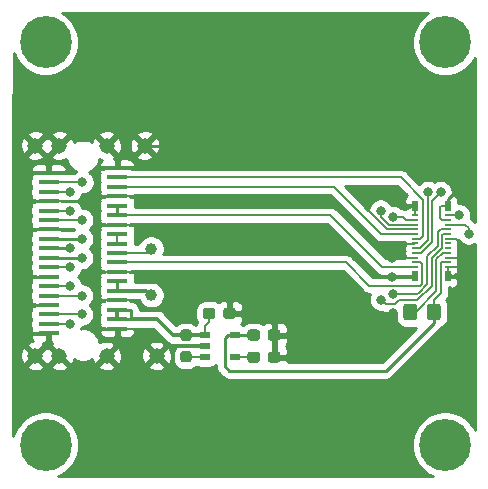
<source format=gbr>
%TF.GenerationSoftware,KiCad,Pcbnew,5.1.10-88a1d61d58~88~ubuntu18.04.1*%
%TF.CreationDate,2022-05-06T23:41:45+07:00*%
%TF.ProjectId,MX8Mx_EVK_MIPI_CSI-TSC_HM5065-ADAPTER,4d58384d-785f-4455-964b-5f4d4950495f,rev?*%
%TF.SameCoordinates,Original*%
%TF.FileFunction,Copper,L1,Top*%
%TF.FilePolarity,Positive*%
%FSLAX46Y46*%
G04 Gerber Fmt 4.6, Leading zero omitted, Abs format (unit mm)*
G04 Created by KiCad (PCBNEW 5.1.10-88a1d61d58~88~ubuntu18.04.1) date 2022-05-06 23:41:45*
%MOMM*%
%LPD*%
G01*
G04 APERTURE LIST*
%TA.AperFunction,SMDPad,CuDef*%
%ADD10R,0.550000X0.920000*%
%TD*%
%TA.AperFunction,SMDPad,CuDef*%
%ADD11R,0.470000X0.230000*%
%TD*%
%TA.AperFunction,SMDPad,CuDef*%
%ADD12R,0.952500X0.508000*%
%TD*%
%TA.AperFunction,SMDPad,CuDef*%
%ADD13R,1.800000X0.350000*%
%TD*%
%TA.AperFunction,ComponentPad*%
%ADD14C,1.308000*%
%TD*%
%TA.AperFunction,SMDPad,CuDef*%
%ADD15C,1.000000*%
%TD*%
%TA.AperFunction,ComponentPad*%
%ADD16C,4.400000*%
%TD*%
%TA.AperFunction,ViaPad*%
%ADD17C,0.800000*%
%TD*%
%TA.AperFunction,Conductor*%
%ADD18C,0.250000*%
%TD*%
%TA.AperFunction,Conductor*%
%ADD19C,0.200000*%
%TD*%
%TA.AperFunction,Conductor*%
%ADD20C,0.160000*%
%TD*%
%TA.AperFunction,Conductor*%
%ADD21C,0.300000*%
%TD*%
%TA.AperFunction,Conductor*%
%ADD22C,0.350000*%
%TD*%
%TA.AperFunction,Conductor*%
%ADD23C,0.254000*%
%TD*%
%TA.AperFunction,Conductor*%
%ADD24C,0.100000*%
%TD*%
G04 APERTURE END LIST*
D10*
%TO.P,J2,28*%
%TO.N,GND*%
X137004200Y-93036600D03*
%TO.P,J2,27*%
X139754200Y-93036600D03*
%TO.P,J2,26*%
X139754200Y-98936600D03*
%TO.P,J2,25*%
X137004200Y-98936600D03*
D11*
%TO.P,J2,24*%
X136974200Y-93786600D03*
%TO.P,J2,23*%
%TO.N,/CSI_MCLK_1V8*%
X139784200Y-93786600D03*
%TO.P,J2,22*%
%TO.N,/CSI_D1_P*%
X136974200Y-94186600D03*
%TO.P,J2,21*%
%TO.N,GND*%
X139784200Y-94186600D03*
%TO.P,J2,20*%
%TO.N,/CSI_D1_N*%
X136974200Y-94586600D03*
%TO.P,J2,19*%
%TO.N,/CSI_nRST_1V8*%
X139784200Y-94586600D03*
%TO.P,J2,18*%
%TO.N,GND*%
X136974200Y-94986600D03*
%TO.P,J2,17*%
%TO.N,/I2C_SDA_1V8*%
X139784200Y-94986600D03*
%TO.P,J2,16*%
%TO.N,/CSI_CLK_P*%
X136974200Y-95386600D03*
%TO.P,J2,15*%
%TO.N,/I2C_SCL_1V8*%
X139784200Y-95386600D03*
%TO.P,J2,14*%
%TO.N,/CSI_CLK_N*%
X136974200Y-95786600D03*
%TO.P,J2,13*%
%TO.N,GND*%
X139784200Y-95786600D03*
%TO.P,J2,12*%
X136974200Y-96186600D03*
%TO.P,J2,11*%
%TO.N,Net-(J2-Pad11)*%
X139784200Y-96186600D03*
%TO.P,J2,10*%
%TO.N,/CSI_D0_P*%
X136974200Y-96586600D03*
%TO.P,J2,9*%
%TO.N,Net-(J2-Pad9)*%
X139784200Y-96586600D03*
%TO.P,J2,8*%
%TO.N,/CSI_D0_N*%
X136974200Y-96986600D03*
%TO.P,J2,7*%
%TO.N,/AF-2V8*%
X139784200Y-96986600D03*
%TO.P,J2,6*%
%TO.N,GND*%
X136974200Y-97386600D03*
%TO.P,J2,5*%
X139784200Y-97386600D03*
%TO.P,J2,4*%
%TO.N,/CSI_PWDN_1V8*%
X136974200Y-97786600D03*
%TO.P,J2,3*%
%TO.N,+2V8*%
X139784200Y-97786600D03*
%TO.P,J2,2*%
%TO.N,+1V8*%
X136974200Y-98186600D03*
%TO.P,J2,1*%
%TO.N,GND*%
X139784200Y-98186600D03*
%TD*%
D12*
%TO.P,U1,5*%
%TO.N,+2V8*%
X121748550Y-103901199D03*
%TO.P,U1,4*%
%TO.N,Net-(C2-Pad1)*%
X121748550Y-105801201D03*
%TO.P,U1,3*%
%TO.N,Net-(R1-Pad2)*%
X119195850Y-105801201D03*
%TO.P,U1,2*%
%TO.N,GND*%
X119195850Y-104851200D03*
%TO.P,U1,1*%
%TO.N,+5V*%
X119195850Y-103901199D03*
%TD*%
%TO.P,R2,2*%
%TO.N,+2V8*%
%TA.AperFunction,SMDPad,CuDef*%
G36*
G01*
X137991800Y-102431001D02*
X137991800Y-101530999D01*
G75*
G02*
X138241799Y-101281000I249999J0D01*
G01*
X138941801Y-101281000D01*
G75*
G02*
X139191800Y-101530999I0J-249999D01*
G01*
X139191800Y-102431001D01*
G75*
G02*
X138941801Y-102681000I-249999J0D01*
G01*
X138241799Y-102681000D01*
G75*
G02*
X137991800Y-102431001I0J249999D01*
G01*
G37*
%TD.AperFunction*%
%TO.P,R2,1*%
%TO.N,/AF-2V8*%
%TA.AperFunction,SMDPad,CuDef*%
G36*
G01*
X135991800Y-102431001D02*
X135991800Y-101530999D01*
G75*
G02*
X136241799Y-101281000I249999J0D01*
G01*
X136941801Y-101281000D01*
G75*
G02*
X137191800Y-101530999I0J-249999D01*
G01*
X137191800Y-102431001D01*
G75*
G02*
X136941801Y-102681000I-249999J0D01*
G01*
X136241799Y-102681000D01*
G75*
G02*
X135991800Y-102431001I0J249999D01*
G01*
G37*
%TD.AperFunction*%
%TD*%
%TO.P,R1,2*%
%TO.N,Net-(R1-Pad2)*%
%TA.AperFunction,SMDPad,CuDef*%
G36*
G01*
X117364500Y-105278100D02*
X117839500Y-105278100D01*
G75*
G02*
X118077000Y-105515600I0J-237500D01*
G01*
X118077000Y-106015600D01*
G75*
G02*
X117839500Y-106253100I-237500J0D01*
G01*
X117364500Y-106253100D01*
G75*
G02*
X117127000Y-106015600I0J237500D01*
G01*
X117127000Y-105515600D01*
G75*
G02*
X117364500Y-105278100I237500J0D01*
G01*
G37*
%TD.AperFunction*%
%TO.P,R1,1*%
%TO.N,+5V*%
%TA.AperFunction,SMDPad,CuDef*%
G36*
G01*
X117364500Y-103453100D02*
X117839500Y-103453100D01*
G75*
G02*
X118077000Y-103690600I0J-237500D01*
G01*
X118077000Y-104190600D01*
G75*
G02*
X117839500Y-104428100I-237500J0D01*
G01*
X117364500Y-104428100D01*
G75*
G02*
X117127000Y-104190600I0J237500D01*
G01*
X117127000Y-103690600D01*
G75*
G02*
X117364500Y-103453100I237500J0D01*
G01*
G37*
%TD.AperFunction*%
%TD*%
%TO.P,C3,2*%
%TO.N,GND*%
%TA.AperFunction,SMDPad,CuDef*%
G36*
G01*
X124531000Y-104174300D02*
X124531000Y-103699300D01*
G75*
G02*
X124768500Y-103461800I237500J0D01*
G01*
X125368500Y-103461800D01*
G75*
G02*
X125606000Y-103699300I0J-237500D01*
G01*
X125606000Y-104174300D01*
G75*
G02*
X125368500Y-104411800I-237500J0D01*
G01*
X124768500Y-104411800D01*
G75*
G02*
X124531000Y-104174300I0J237500D01*
G01*
G37*
%TD.AperFunction*%
%TO.P,C3,1*%
%TO.N,+2V8*%
%TA.AperFunction,SMDPad,CuDef*%
G36*
G01*
X122806000Y-104174300D02*
X122806000Y-103699300D01*
G75*
G02*
X123043500Y-103461800I237500J0D01*
G01*
X123643500Y-103461800D01*
G75*
G02*
X123881000Y-103699300I0J-237500D01*
G01*
X123881000Y-104174300D01*
G75*
G02*
X123643500Y-104411800I-237500J0D01*
G01*
X123043500Y-104411800D01*
G75*
G02*
X122806000Y-104174300I0J237500D01*
G01*
G37*
%TD.AperFunction*%
%TD*%
%TO.P,C2,2*%
%TO.N,GND*%
%TA.AperFunction,SMDPad,CuDef*%
G36*
G01*
X124531000Y-106053900D02*
X124531000Y-105578900D01*
G75*
G02*
X124768500Y-105341400I237500J0D01*
G01*
X125368500Y-105341400D01*
G75*
G02*
X125606000Y-105578900I0J-237500D01*
G01*
X125606000Y-106053900D01*
G75*
G02*
X125368500Y-106291400I-237500J0D01*
G01*
X124768500Y-106291400D01*
G75*
G02*
X124531000Y-106053900I0J237500D01*
G01*
G37*
%TD.AperFunction*%
%TO.P,C2,1*%
%TO.N,Net-(C2-Pad1)*%
%TA.AperFunction,SMDPad,CuDef*%
G36*
G01*
X122806000Y-106053900D02*
X122806000Y-105578900D01*
G75*
G02*
X123043500Y-105341400I237500J0D01*
G01*
X123643500Y-105341400D01*
G75*
G02*
X123881000Y-105578900I0J-237500D01*
G01*
X123881000Y-106053900D01*
G75*
G02*
X123643500Y-106291400I-237500J0D01*
G01*
X123043500Y-106291400D01*
G75*
G02*
X122806000Y-106053900I0J237500D01*
G01*
G37*
%TD.AperFunction*%
%TD*%
%TO.P,C1,2*%
%TO.N,GND*%
%TA.AperFunction,SMDPad,CuDef*%
G36*
G01*
X120747500Y-102345500D02*
X120747500Y-101870500D01*
G75*
G02*
X120985000Y-101633000I237500J0D01*
G01*
X121585000Y-101633000D01*
G75*
G02*
X121822500Y-101870500I0J-237500D01*
G01*
X121822500Y-102345500D01*
G75*
G02*
X121585000Y-102583000I-237500J0D01*
G01*
X120985000Y-102583000D01*
G75*
G02*
X120747500Y-102345500I0J237500D01*
G01*
G37*
%TD.AperFunction*%
%TO.P,C1,1*%
%TO.N,+5V*%
%TA.AperFunction,SMDPad,CuDef*%
G36*
G01*
X119022500Y-102345500D02*
X119022500Y-101870500D01*
G75*
G02*
X119260000Y-101633000I237500J0D01*
G01*
X119860000Y-101633000D01*
G75*
G02*
X120097500Y-101870500I0J-237500D01*
G01*
X120097500Y-102345500D01*
G75*
G02*
X119860000Y-102583000I-237500J0D01*
G01*
X119260000Y-102583000D01*
G75*
G02*
X119022500Y-102345500I0J237500D01*
G01*
G37*
%TD.AperFunction*%
%TD*%
D13*
%TO.P,J1,B1*%
%TO.N,GND*%
X111789400Y-89793500D03*
%TO.P,J1,B2*%
%TO.N,/CSI_CLK_N*%
X111789400Y-90593500D03*
%TO.P,J1,B3*%
%TO.N,/CSI_CLK_P*%
X111789400Y-91393500D03*
%TO.P,J1,B4*%
%TO.N,GND*%
X111789400Y-92193500D03*
%TO.P,J1,B5*%
%TO.N,+1V8*%
X111789400Y-92993500D03*
%TO.P,J1,B6*%
X111789400Y-93793500D03*
%TO.P,J1,B7*%
%TO.N,GND*%
X111789400Y-94593500D03*
%TO.P,J1,B8*%
%TO.N,/+12V*%
X111789400Y-95393500D03*
%TO.P,J1,B9*%
X111789400Y-96193500D03*
%TO.P,J1,B10*%
%TO.N,/CSI_SYNC_1V8*%
X111789400Y-96993500D03*
%TO.P,J1,B11*%
%TO.N,/CSI_PWDN_1V8*%
X111789400Y-97793500D03*
%TO.P,J1,B12*%
%TO.N,GND*%
X111789400Y-98593500D03*
%TO.P,J1,B13*%
%TO.N,/+3V3*%
X111789400Y-99393500D03*
%TO.P,J1,B14*%
X111789400Y-100193500D03*
%TO.P,J1,B15*%
%TO.N,GND*%
X111789400Y-100993500D03*
%TO.P,J1,B16*%
%TO.N,+5V*%
X111789400Y-101793500D03*
%TO.P,J1,B17*%
X111789400Y-102593500D03*
%TO.P,J1,B18*%
%TO.N,GND*%
X111789400Y-103393500D03*
%TO.P,J1,A1*%
X105969400Y-90193500D03*
%TO.P,J1,A2*%
%TO.N,/CSI_D0_N*%
X105969400Y-90993500D03*
%TO.P,J1,A3*%
%TO.N,/CSI_D0_P*%
X105969400Y-91793500D03*
%TO.P,J1,A4*%
%TO.N,GND*%
X105969400Y-92593500D03*
%TO.P,J1,A5*%
%TO.N,/CSI_D1_N*%
X105969400Y-93393500D03*
%TO.P,J1,A6*%
%TO.N,/CSI_D1_P*%
X105969400Y-94193500D03*
%TO.P,J1,A7*%
%TO.N,GND*%
X105969400Y-94993500D03*
%TO.P,J1,A8*%
%TO.N,/CSI_MCLK_1V8*%
X105969400Y-95793500D03*
%TO.P,J1,A9*%
%TO.N,/CSI_nRST_1V8*%
X105969400Y-96593500D03*
%TO.P,J1,A10*%
%TO.N,/I2C_SDA_1V8*%
X105969400Y-97393500D03*
%TO.P,J1,A11*%
%TO.N,/I2C_SCL_1V8*%
X105969400Y-98193500D03*
%TO.P,J1,A12*%
%TO.N,GND*%
X105969400Y-98993500D03*
%TO.P,J1,A13*%
%TO.N,/CSI_D2_N*%
X105969400Y-99793500D03*
%TO.P,J1,A14*%
%TO.N,/CSI_D2_P*%
X105969400Y-100593500D03*
%TO.P,J1,A15*%
%TO.N,GND*%
X105969400Y-101393500D03*
%TO.P,J1,A16*%
%TO.N,/CSI_D3_N*%
X105969400Y-102193500D03*
%TO.P,J1,A17*%
%TO.N,/CSI_D3_P*%
X105969400Y-102993500D03*
%TO.P,J1,A18*%
%TO.N,GND*%
X105969400Y-103793500D03*
D14*
%TO.P,J1,S1*%
X114119400Y-87893500D03*
%TO.P,J1,S2*%
X110879400Y-87893500D03*
%TO.P,J1,S3*%
X106879400Y-87893500D03*
%TO.P,J1,S4*%
X104849400Y-87893500D03*
%TO.P,J1,S5*%
X115119400Y-105693500D03*
%TO.P,J1,S6*%
X110879400Y-105693500D03*
%TO.P,J1,S7*%
X106879400Y-105693500D03*
%TO.P,J1,S8*%
X104849400Y-105693500D03*
%TD*%
D15*
%TO.P,TP2,1*%
%TO.N,/CSI_SYNC_1V8*%
X114655600Y-96621600D03*
%TD*%
D16*
%TO.P,H4,1*%
%TO.N,N/C*%
X139552680Y-79159100D03*
%TD*%
%TO.P,H3,1*%
%TO.N,N/C*%
X139552680Y-113235740D03*
%TD*%
%TO.P,H2,1*%
%TO.N,N/C*%
X105714800Y-113235740D03*
%TD*%
%TO.P,H1,1*%
%TO.N,N/C*%
X105714800Y-79159100D03*
%TD*%
D15*
%TO.P,TP1,1*%
%TO.N,/+3V3*%
X114681000Y-100558600D03*
%TD*%
D17*
%TO.N,GND*%
X104129840Y-95011240D03*
X104140000Y-92608400D03*
X104109520Y-99024440D03*
X104091740Y-103794560D03*
X104140000Y-90703400D03*
X104096820Y-101396800D03*
X109080300Y-98996500D03*
X109131100Y-92595700D03*
X135077200Y-98983800D03*
X135077200Y-97383600D03*
X135128000Y-102108000D03*
X132892800Y-92583000D03*
X141401800Y-91821000D03*
X117119400Y-99161600D03*
X129260600Y-92557600D03*
X126009400Y-92532200D03*
X122859800Y-92532200D03*
X119837200Y-92557600D03*
X114046000Y-92557600D03*
X117094000Y-92532200D03*
X125984000Y-94945200D03*
X119837200Y-94970600D03*
X122834400Y-94996000D03*
X129209800Y-95021400D03*
X113995200Y-94945200D03*
X117094000Y-94970600D03*
X119837200Y-99187000D03*
X122834400Y-99187000D03*
X125984000Y-99187000D03*
X129184400Y-99187000D03*
X117144800Y-89509600D03*
X119862600Y-89535000D03*
X122859800Y-89560400D03*
X125984000Y-89560400D03*
X129235200Y-89560400D03*
X132867400Y-89560400D03*
X117094000Y-102031800D03*
X122834400Y-102082600D03*
X125984000Y-102082600D03*
X129184400Y-102108000D03*
X129184400Y-105511600D03*
X129184400Y-108407200D03*
X125907800Y-108356400D03*
X122809000Y-108381800D03*
X119786400Y-108381800D03*
X132892800Y-105435400D03*
X132892800Y-108305600D03*
%TO.N,/CSI_nRST_1V8*%
X107789400Y-96593500D03*
X141528800Y-95351600D03*
%TO.N,/CSI_MCLK_1V8*%
X108789400Y-95793500D03*
X140741400Y-93802200D03*
%TO.N,/I2C_SDA_1V8*%
X135102600Y-100482400D03*
X108789400Y-97393500D03*
%TO.N,/I2C_SCL_1V8*%
X107789400Y-98193500D03*
X134112000Y-100939600D03*
%TO.N,/CSI_D0_N*%
X139166600Y-91846400D03*
X108839400Y-90993500D03*
%TO.N,/CSI_D0_P*%
X138074400Y-91846400D03*
X107789400Y-91793500D03*
%TO.N,/CSI_D1_N*%
X107820460Y-93395800D03*
X134086600Y-93395800D03*
%TO.N,/CSI_D1_P*%
X135102600Y-93929200D03*
X108789400Y-94193500D03*
%TO.N,/CSI_D2_N*%
X107797600Y-99794060D03*
%TO.N,/CSI_D2_P*%
X108789400Y-100593500D03*
%TO.N,/CSI_D3_N*%
X108789400Y-102193500D03*
%TO.N,/CSI_D3_P*%
X107772200Y-102997000D03*
%TD*%
D18*
%TO.N,GND*%
X105969400Y-89213500D02*
X105989400Y-89193500D01*
X105969400Y-90193500D02*
X105969400Y-89213500D01*
X105969400Y-94993500D02*
X107789400Y-94993500D01*
D19*
X105969400Y-92593500D02*
X107008000Y-92593500D01*
D18*
X104167900Y-94993500D02*
X104140000Y-95021400D01*
X107789400Y-94993500D02*
X104167900Y-94993500D01*
X104154900Y-92593500D02*
X104140000Y-92608400D01*
X105969400Y-92593500D02*
X104154900Y-92593500D01*
X104104900Y-98993500D02*
X104068880Y-99029520D01*
X105969400Y-98993500D02*
X104104900Y-98993500D01*
X104112820Y-101393500D02*
X104068880Y-101437440D01*
X105969400Y-101393500D02*
X104112820Y-101393500D01*
X107008000Y-92593500D02*
X108789400Y-92593500D01*
X109189399Y-92193501D02*
X108789400Y-92593500D01*
X111789400Y-92193500D02*
X109189399Y-92193501D01*
X111789400Y-94593500D02*
X110788540Y-94593500D01*
X104140000Y-95001080D02*
X104129840Y-95011240D01*
X104140000Y-92608400D02*
X104140000Y-95001080D01*
X104155240Y-92593160D02*
X104140000Y-92608400D01*
X105966220Y-90190320D02*
X105969400Y-90193500D01*
X104129840Y-99004120D02*
X104109520Y-99024440D01*
X104129840Y-95011240D02*
X104129840Y-99004120D01*
X104109520Y-101424740D02*
X104096820Y-101437440D01*
X104109520Y-99024440D02*
X104109520Y-101424740D01*
X104091740Y-101442520D02*
X104096820Y-101437440D01*
X104091740Y-103794560D02*
X104091740Y-101442520D01*
X104092800Y-103793500D02*
X104091740Y-103794560D01*
X105969400Y-103793500D02*
X104092800Y-103793500D01*
X111793900Y-89789000D02*
X111789400Y-89793500D01*
X104649900Y-90193500D02*
X104140000Y-90703400D01*
X105969400Y-90193500D02*
X104649900Y-90193500D01*
X111789400Y-88803500D02*
X110879400Y-87893500D01*
X111789400Y-89793500D02*
X111789400Y-88803500D01*
X104155240Y-90190320D02*
X104155240Y-92593160D01*
D20*
X135080200Y-97386600D02*
X135077200Y-97383600D01*
X136974200Y-97386600D02*
X135080200Y-97386600D01*
X109483300Y-98593500D02*
X109080300Y-98996500D01*
X111789400Y-98593500D02*
X109483300Y-98593500D01*
X111789400Y-98593500D02*
X129175100Y-98593500D01*
X134086600Y-103505000D02*
X135102600Y-103505000D01*
X129175100Y-98593500D02*
X134086600Y-103505000D01*
X111789400Y-100993500D02*
X110213700Y-100993500D01*
X110213700Y-100993500D02*
X110083600Y-100863400D01*
X110083600Y-99999800D02*
X109080300Y-98996500D01*
X110083600Y-100863400D02*
X110083600Y-99999800D01*
X111789400Y-103393500D02*
X110226100Y-103393500D01*
X110213700Y-103381100D02*
X110213700Y-100993500D01*
X110226100Y-103393500D02*
X110213700Y-103381100D01*
D21*
X115961700Y-104851200D02*
X115119400Y-105693500D01*
X119195850Y-104851200D02*
X115961700Y-104851200D01*
D19*
X135077200Y-98983800D02*
X133705600Y-98983800D01*
X129315300Y-94593500D02*
X111789400Y-94593500D01*
X133705600Y-98983800D02*
X129315300Y-94593500D01*
X135077200Y-97383600D02*
X129946400Y-92252800D01*
X129887100Y-92193500D02*
X135077200Y-97383600D01*
X111789400Y-92193500D02*
X129887100Y-92193500D01*
D20*
X139784200Y-98906600D02*
X139754200Y-98936600D01*
X139784200Y-98186600D02*
X139784200Y-98906600D01*
X139938400Y-98186600D02*
X139948200Y-98196400D01*
X139784200Y-98186600D02*
X139938400Y-98186600D01*
X139948200Y-98196400D02*
X140741400Y-98196400D01*
X140741400Y-98196400D02*
X140741400Y-97459800D01*
X140668200Y-97386600D02*
X140741400Y-97459800D01*
X139784200Y-97386600D02*
X140668200Y-97386600D01*
X135124400Y-98936600D02*
X135077200Y-98983800D01*
X137004200Y-98936600D02*
X135124400Y-98936600D01*
X136923201Y-96191599D02*
X135735801Y-96191599D01*
X136974200Y-96186600D02*
X136928200Y-96186600D01*
X136928200Y-96186600D02*
X136923201Y-96191599D01*
X135077200Y-96850200D02*
X135077200Y-97383600D01*
X135735801Y-96191599D02*
X135077200Y-96850200D01*
X136974200Y-93066600D02*
X137004200Y-93036600D01*
X136974200Y-93786600D02*
X136974200Y-93066600D01*
X132892800Y-93234933D02*
X132892800Y-92583000D01*
X134644467Y-94986600D02*
X132892800Y-93234933D01*
X136974200Y-94986600D02*
X134644467Y-94986600D01*
X139784200Y-95786600D02*
X140465200Y-95786600D01*
X140668200Y-95989600D02*
X140668200Y-97386600D01*
X140465200Y-95786600D02*
X140668200Y-95989600D01*
D18*
X114119400Y-87893500D02*
X125085500Y-87893500D01*
X140065100Y-87893500D02*
X140868400Y-88696800D01*
X139754200Y-93036600D02*
X139754200Y-92427200D01*
X139754200Y-92427200D02*
X140360400Y-91821000D01*
X140360400Y-91821000D02*
X141401800Y-91821000D01*
D19*
X111789400Y-100993500D02*
X113312500Y-100993500D01*
X113312500Y-100993500D02*
X113944400Y-101625400D01*
X116535200Y-101625400D02*
X117627400Y-100533200D01*
X113944400Y-101625400D02*
X116535200Y-101625400D01*
X111789400Y-103393500D02*
X114899700Y-103393500D01*
X116357400Y-104851200D02*
X119195850Y-104851200D01*
X114899700Y-103393500D02*
X116357400Y-104851200D01*
D18*
X127142900Y-87893500D02*
X140065100Y-87893500D01*
X125085500Y-87893500D02*
X127142900Y-87893500D01*
D20*
X139772800Y-94186600D02*
X139767801Y-94191599D01*
X139784200Y-94186600D02*
X139772800Y-94186600D01*
D19*
X139754200Y-93036600D02*
X139170200Y-93036600D01*
X139170200Y-93036600D02*
X139090400Y-93116400D01*
X139090400Y-93116400D02*
X139090400Y-94030800D01*
X139090400Y-94030800D02*
X139251199Y-94191599D01*
D20*
X139571401Y-94191599D02*
X139251199Y-94191599D01*
X139576400Y-94186600D02*
X139571401Y-94191599D01*
X139784200Y-94186600D02*
X139576400Y-94186600D01*
D18*
%TO.N,/CSI_nRST_1V8*%
X105969400Y-96593500D02*
X107789400Y-96593500D01*
D20*
X139798600Y-94586600D02*
X139803599Y-94591599D01*
X139784200Y-94586600D02*
X139798600Y-94586600D01*
X139784200Y-94586600D02*
X141271800Y-94586600D01*
X141528800Y-94843600D02*
X141528800Y-95351600D01*
X141271800Y-94586600D02*
X141528800Y-94843600D01*
%TO.N,/CSI_PWDN_1V8*%
X137559201Y-99620601D02*
X137434002Y-99745800D01*
X131169100Y-97793500D02*
X111789400Y-97793500D01*
X137559201Y-97917599D02*
X137559201Y-99620601D01*
X137428202Y-97786600D02*
X137559201Y-97917599D01*
X136974200Y-97786600D02*
X137428202Y-97786600D01*
X137434002Y-99745800D02*
X133121400Y-99745800D01*
X133121400Y-99745800D02*
X131169100Y-97793500D01*
D21*
%TO.N,+5V*%
X111789400Y-101793500D02*
X111789400Y-102593500D01*
D18*
X111789400Y-102593500D02*
X112950900Y-102593500D01*
X111789400Y-101793500D02*
X112893300Y-101793500D01*
X112950900Y-101851100D02*
X112950900Y-102593500D01*
X112893300Y-101793500D02*
X112950900Y-101851100D01*
D19*
X117641401Y-103901199D02*
X117602000Y-103940600D01*
D22*
X119195850Y-103901199D02*
X117641401Y-103901199D01*
D19*
X119560000Y-102108000D02*
X119560000Y-102817000D01*
X119195850Y-103181150D02*
X119195850Y-103901199D01*
X119560000Y-102817000D02*
X119195850Y-103181150D01*
D22*
X112950900Y-102593500D02*
X115166500Y-102593500D01*
X116513600Y-103940600D02*
X117602000Y-103940600D01*
X115166500Y-102593500D02*
X116513600Y-103940600D01*
D19*
%TO.N,/CSI_SYNC_1V8*%
X114283700Y-96993500D02*
X114655600Y-96621600D01*
X111789400Y-96993500D02*
X114283700Y-96993500D01*
%TO.N,/+12V*%
X111789400Y-95393500D02*
X111789400Y-96193500D01*
D18*
%TO.N,/+3V3*%
X111789400Y-99393500D02*
X111789400Y-100193500D01*
D21*
X114252400Y-100193500D02*
X114617500Y-100558600D01*
X111789400Y-100193500D02*
X114252400Y-100193500D01*
D18*
%TO.N,/CSI_MCLK_1V8*%
X105969400Y-95793500D02*
X108789400Y-95793500D01*
D20*
X140725800Y-93786600D02*
X140741400Y-93802200D01*
X139784200Y-93786600D02*
X140725800Y-93786600D01*
D18*
%TO.N,/I2C_SDA_1V8*%
X105969400Y-97393500D02*
X108789400Y-97393500D01*
D20*
X138044590Y-99644343D02*
X137333533Y-100355400D01*
X138044590Y-97253947D02*
X138044590Y-99644343D01*
X139784200Y-94986600D02*
X139784200Y-94988000D01*
X139780601Y-94991599D02*
X139169870Y-94991599D01*
X139784200Y-94988000D02*
X139780601Y-94991599D01*
X139169870Y-94991599D02*
X138909189Y-95252280D01*
X138909189Y-95252280D02*
X138909189Y-96389349D01*
X138909189Y-96389349D02*
X138044590Y-97253947D01*
X137333533Y-100355400D02*
X137333533Y-100351133D01*
X137202266Y-100482400D02*
X135102600Y-100482400D01*
X137333533Y-100351133D02*
X137202266Y-100482400D01*
D19*
%TO.N,/I2C_SCL_1V8*%
X105969400Y-98193500D02*
X107789400Y-98193500D01*
D20*
X139741200Y-95386600D02*
X139736201Y-95391599D01*
X139784200Y-95386600D02*
X139741200Y-95386600D01*
X139269199Y-95447599D02*
X139330198Y-95386600D01*
X139269199Y-96538469D02*
X139269199Y-95447599D01*
X134112000Y-100939600D02*
X134511999Y-101339599D01*
X134511999Y-101339599D02*
X135337601Y-101339599D01*
X135337601Y-101339599D02*
X135676210Y-101000990D01*
X138404600Y-97403068D02*
X139269199Y-96538469D01*
X135676210Y-101000990D02*
X137197073Y-101000990D01*
X137197073Y-101000990D02*
X138404599Y-99793464D01*
X139330198Y-95386600D02*
X139784200Y-95386600D01*
X138404599Y-99793464D02*
X138404600Y-97403068D01*
D18*
%TO.N,+1V8*%
X111789400Y-93793500D02*
X111789400Y-92993500D01*
D20*
X136972400Y-98186600D02*
X136962600Y-98196400D01*
X136974200Y-98186600D02*
X136972400Y-98186600D01*
X136591400Y-98186600D02*
X136433200Y-98186600D01*
X136974200Y-98186600D02*
X136591400Y-98186600D01*
D19*
X136591400Y-98186600D02*
X136368984Y-98186600D01*
X134221200Y-98186600D02*
X129828100Y-93793500D01*
X136433200Y-98186600D02*
X134221200Y-98186600D01*
X129828100Y-93793500D02*
X111789400Y-93793500D01*
D20*
%TO.N,+2V8*%
X139784200Y-97786600D02*
X139322400Y-97786600D01*
D18*
X138591800Y-101981000D02*
X138591800Y-102886000D01*
X123307899Y-103901199D02*
X123343500Y-103936800D01*
X121748550Y-103901199D02*
X123307899Y-103901199D01*
X121748550Y-103901199D02*
X121168201Y-103901199D01*
X121168201Y-103901199D02*
X120878600Y-104190800D01*
X120878600Y-104190800D02*
X120878600Y-106578400D01*
X120878600Y-106578400D02*
X121259600Y-106959400D01*
X134518400Y-106959400D02*
X121259600Y-106959400D01*
X138591800Y-102886000D02*
X134518400Y-106959400D01*
D19*
X139179199Y-100381466D02*
X138591800Y-100968865D01*
X139220800Y-97786600D02*
X139179199Y-97828201D01*
X138591800Y-100968865D02*
X138591800Y-101981000D01*
X139179199Y-97828201D02*
X139179199Y-100381466D01*
X139322400Y-97786600D02*
X139220800Y-97786600D01*
%TO.N,Net-(C2-Pad1)*%
X121763749Y-105816400D02*
X121748550Y-105801201D01*
X123343500Y-105816400D02*
X121763749Y-105816400D01*
%TO.N,Net-(R1-Pad2)*%
X117637601Y-105801201D02*
X117602000Y-105765600D01*
X119195850Y-105801201D02*
X117637601Y-105801201D01*
%TO.N,/CSI_D0_N*%
X105969400Y-90993500D02*
X108839400Y-90993500D01*
D20*
X136974200Y-96986600D02*
X137537333Y-96986600D01*
X137537333Y-96986600D02*
X137849211Y-96674722D01*
X138461801Y-92551199D02*
X139166600Y-91846400D01*
X136974200Y-96986600D02*
X137537334Y-96986600D01*
X138461801Y-96062133D02*
X138461801Y-92551199D01*
X137537334Y-96986600D02*
X138461801Y-96062133D01*
D19*
%TO.N,/CSI_D0_P*%
X107789400Y-91793500D02*
X105969400Y-91793500D01*
D20*
X137433201Y-96581601D02*
X137489201Y-96525601D01*
X136974200Y-96586600D02*
X136979199Y-96581601D01*
X136979199Y-96581601D02*
X137433201Y-96581601D01*
X137428202Y-96586600D02*
X136974200Y-96586600D01*
X138090397Y-95924405D02*
X137428202Y-96586600D01*
X138090397Y-91862397D02*
X138074400Y-91846400D01*
X138090397Y-95924405D02*
X138090397Y-91862397D01*
%TO.N,/CSI_CLK_N*%
X137428202Y-95786600D02*
X136974200Y-95786600D01*
X137693400Y-95521402D02*
X137428202Y-95786600D01*
X135800102Y-90593500D02*
X137693400Y-92486798D01*
X137693400Y-92486798D02*
X137693400Y-95521402D01*
X111789400Y-90593500D02*
X135800102Y-90593500D01*
%TO.N,/CSI_CLK_P*%
X111789400Y-91393500D02*
X127334500Y-91393500D01*
X130113298Y-91393500D02*
X127334500Y-91393500D01*
X134106398Y-95386600D02*
X130113298Y-91393500D01*
X136974200Y-95386600D02*
X134106398Y-95386600D01*
D19*
%TO.N,/CSI_D1_N*%
X105971700Y-93395800D02*
X105969400Y-93393500D01*
X107820460Y-93395800D02*
X105971700Y-93395800D01*
D20*
X137036000Y-94586600D02*
X137040999Y-94581601D01*
X136974200Y-94586600D02*
X137036000Y-94586600D01*
X134086600Y-93919602D02*
X134086600Y-93395800D01*
X134776199Y-94609201D02*
X134086600Y-93919602D01*
X135429001Y-94609201D02*
X134776199Y-94609201D01*
X135451602Y-94586600D02*
X135429001Y-94609201D01*
X136974200Y-94586600D02*
X135451602Y-94586600D01*
D19*
%TO.N,/CSI_D1_P*%
X105969400Y-94193500D02*
X108789400Y-94193500D01*
D20*
X135102600Y-93929200D02*
X135940800Y-93929200D01*
X136198200Y-94186600D02*
X136974200Y-94186600D01*
X135940800Y-93929200D02*
X136198200Y-94186600D01*
D19*
%TO.N,/CSI_D2_N*%
X107797040Y-99793500D02*
X107797600Y-99794060D01*
X105969400Y-99793500D02*
X107797040Y-99793500D01*
%TO.N,/CSI_D2_P*%
X105969400Y-100593500D02*
X108789400Y-100593500D01*
%TO.N,/CSI_D3_N*%
X105969400Y-102193500D02*
X108789400Y-102193500D01*
%TO.N,/CSI_D3_P*%
X107768700Y-102993500D02*
X107772200Y-102997000D01*
X105969400Y-102993500D02*
X107768700Y-102993500D01*
D20*
%TO.N,/AF-2V8*%
X139784200Y-96986600D02*
X139639800Y-96986600D01*
X139639800Y-96986600D02*
X139634801Y-96991599D01*
X139330198Y-96986600D02*
X138799189Y-97517609D01*
X139784200Y-96986600D02*
X139330198Y-96986600D01*
X137042250Y-101981000D02*
X136591800Y-101981000D01*
X138799189Y-100224061D02*
X137042250Y-101981000D01*
X138799189Y-97517609D02*
X138799189Y-100224061D01*
%TD*%
D23*
%TO.N,GND*%
X138134115Y-76697330D02*
X137745473Y-76957012D01*
X137350592Y-77351893D01*
X137040336Y-77816224D01*
X136826628Y-78332161D01*
X136717680Y-78879877D01*
X136717680Y-79438323D01*
X136826628Y-79986039D01*
X137040336Y-80501976D01*
X137350592Y-80966307D01*
X137745473Y-81361188D01*
X138209804Y-81671444D01*
X138725741Y-81885152D01*
X139273457Y-81994100D01*
X139831903Y-81994100D01*
X140379619Y-81885152D01*
X140895556Y-81671444D01*
X141359887Y-81361188D01*
X141754768Y-80966307D01*
X142065024Y-80501976D01*
X142088000Y-80446507D01*
X142088000Y-94397928D01*
X142080856Y-94389223D01*
X142059215Y-94362853D01*
X142059212Y-94362850D01*
X142036826Y-94335573D01*
X142009550Y-94313188D01*
X141802220Y-94105859D01*
X141779827Y-94078573D01*
X141747053Y-94051676D01*
X141776400Y-93904139D01*
X141776400Y-93700261D01*
X141736626Y-93500302D01*
X141658605Y-93311944D01*
X141545337Y-93142426D01*
X141401174Y-92998263D01*
X141231656Y-92884995D01*
X141043298Y-92806974D01*
X140843339Y-92767200D01*
X140647850Y-92767200D01*
X140664200Y-92750850D01*
X140667257Y-92581011D01*
X140655857Y-92456448D01*
X140620376Y-92336501D01*
X140562175Y-92225782D01*
X140483493Y-92128545D01*
X140387353Y-92048526D01*
X140277449Y-91988800D01*
X140198438Y-91964235D01*
X140201600Y-91948339D01*
X140201600Y-91744461D01*
X140161826Y-91544502D01*
X140083805Y-91356144D01*
X139970537Y-91186626D01*
X139826374Y-91042463D01*
X139656856Y-90929195D01*
X139468498Y-90851174D01*
X139268539Y-90811400D01*
X139064661Y-90811400D01*
X138864702Y-90851174D01*
X138676344Y-90929195D01*
X138620500Y-90966509D01*
X138564656Y-90929195D01*
X138376298Y-90851174D01*
X138176339Y-90811400D01*
X137972461Y-90811400D01*
X137772502Y-90851174D01*
X137584144Y-90929195D01*
X137414626Y-91042463D01*
X137337427Y-91119662D01*
X136330522Y-90112759D01*
X136308129Y-90085473D01*
X136199256Y-89996123D01*
X136075044Y-89929730D01*
X135940266Y-89888846D01*
X135835222Y-89878500D01*
X135835212Y-89878500D01*
X135800102Y-89875042D01*
X135764992Y-89878500D01*
X113202650Y-89878500D01*
X113165650Y-89841500D01*
X112956969Y-89841500D01*
X112933580Y-89828998D01*
X112813882Y-89792688D01*
X112689400Y-89780428D01*
X110889400Y-89780428D01*
X110764918Y-89792688D01*
X110645220Y-89828998D01*
X110621831Y-89841500D01*
X110413150Y-89841500D01*
X110254400Y-90000250D01*
X110265265Y-90101130D01*
X110294336Y-90192654D01*
X110263588Y-90294018D01*
X110251328Y-90418500D01*
X110251328Y-90768500D01*
X110263588Y-90892982D01*
X110294080Y-90993500D01*
X110263588Y-91094018D01*
X110251328Y-91218500D01*
X110251328Y-91568500D01*
X110263588Y-91692982D01*
X110294336Y-91794346D01*
X110265265Y-91885870D01*
X110254400Y-91986750D01*
X110413150Y-92145500D01*
X110621831Y-92145500D01*
X110645220Y-92158002D01*
X110762241Y-92193500D01*
X110645220Y-92228998D01*
X110621831Y-92241500D01*
X110413150Y-92241500D01*
X110254400Y-92400250D01*
X110265265Y-92501130D01*
X110294336Y-92592654D01*
X110263588Y-92694018D01*
X110251328Y-92818500D01*
X110251328Y-93168500D01*
X110263588Y-93292982D01*
X110294080Y-93393500D01*
X110263588Y-93494018D01*
X110251328Y-93618500D01*
X110251328Y-93968500D01*
X110263588Y-94092982D01*
X110294336Y-94194346D01*
X110265265Y-94285870D01*
X110254400Y-94386750D01*
X110413150Y-94545500D01*
X110621831Y-94545500D01*
X110645220Y-94558002D01*
X110762241Y-94593500D01*
X110645220Y-94628998D01*
X110621831Y-94641500D01*
X110413150Y-94641500D01*
X110254400Y-94800250D01*
X110265265Y-94901130D01*
X110294336Y-94992654D01*
X110263588Y-95094018D01*
X110251328Y-95218500D01*
X110251328Y-95568500D01*
X110263588Y-95692982D01*
X110294080Y-95793500D01*
X110263588Y-95894018D01*
X110251328Y-96018500D01*
X110251328Y-96368500D01*
X110263588Y-96492982D01*
X110294080Y-96593500D01*
X110263588Y-96694018D01*
X110251328Y-96818500D01*
X110251328Y-97168500D01*
X110263588Y-97292982D01*
X110294080Y-97393500D01*
X110263588Y-97494018D01*
X110251328Y-97618500D01*
X110251328Y-97968500D01*
X110263588Y-98092982D01*
X110294336Y-98194346D01*
X110265265Y-98285870D01*
X110254400Y-98386750D01*
X110413150Y-98545500D01*
X110621831Y-98545500D01*
X110645220Y-98558002D01*
X110762241Y-98593500D01*
X110645220Y-98628998D01*
X110621831Y-98641500D01*
X110413150Y-98641500D01*
X110254400Y-98800250D01*
X110265265Y-98901130D01*
X110294336Y-98992654D01*
X110263588Y-99094018D01*
X110251328Y-99218500D01*
X110251328Y-99568500D01*
X110263588Y-99692982D01*
X110294080Y-99793500D01*
X110263588Y-99894018D01*
X110251328Y-100018500D01*
X110251328Y-100368500D01*
X110263588Y-100492982D01*
X110294336Y-100594346D01*
X110265265Y-100685870D01*
X110254400Y-100786750D01*
X110413150Y-100945500D01*
X110621831Y-100945500D01*
X110645220Y-100958002D01*
X110762241Y-100993500D01*
X110645220Y-101028998D01*
X110621831Y-101041500D01*
X110413150Y-101041500D01*
X110254400Y-101200250D01*
X110265265Y-101301130D01*
X110294336Y-101392654D01*
X110263588Y-101494018D01*
X110251328Y-101618500D01*
X110251328Y-101968500D01*
X110263588Y-102092982D01*
X110294080Y-102193500D01*
X110263588Y-102294018D01*
X110251328Y-102418500D01*
X110251328Y-102768500D01*
X110263588Y-102892982D01*
X110294336Y-102994346D01*
X110265265Y-103085870D01*
X110254400Y-103186750D01*
X110413150Y-103345500D01*
X110621831Y-103345500D01*
X110645220Y-103358002D01*
X110764918Y-103394312D01*
X110889400Y-103406572D01*
X111936400Y-103406572D01*
X111936400Y-103441500D01*
X111916400Y-103441500D01*
X111916400Y-104044750D01*
X112075150Y-104203500D01*
X112681081Y-104206518D01*
X112805712Y-104195881D01*
X112925873Y-104161135D01*
X113036947Y-104103614D01*
X113134664Y-104025529D01*
X113215271Y-103929881D01*
X113275668Y-103820345D01*
X113313535Y-103701130D01*
X113324400Y-103600250D01*
X113244652Y-103520502D01*
X113324400Y-103520502D01*
X113324400Y-103403500D01*
X114830988Y-103403500D01*
X115912705Y-104485218D01*
X115938072Y-104516128D01*
X116005810Y-104571719D01*
X116061410Y-104617349D01*
X116108175Y-104642345D01*
X116202127Y-104692563D01*
X116354812Y-104738880D01*
X116473809Y-104750600D01*
X116473811Y-104750600D01*
X116513599Y-104754519D01*
X116553387Y-104750600D01*
X116696856Y-104750600D01*
X116745377Y-104809723D01*
X116798232Y-104853100D01*
X116745377Y-104896477D01*
X116636488Y-105029158D01*
X116555577Y-105180533D01*
X116505752Y-105344784D01*
X116488928Y-105515600D01*
X116488928Y-106015600D01*
X116505752Y-106186416D01*
X116555577Y-106350667D01*
X116636488Y-106502042D01*
X116745377Y-106634723D01*
X116878058Y-106743612D01*
X117029433Y-106824523D01*
X117193684Y-106874348D01*
X117364500Y-106891172D01*
X117839500Y-106891172D01*
X118010316Y-106874348D01*
X118174567Y-106824523D01*
X118325942Y-106743612D01*
X118457884Y-106635330D01*
X118475420Y-106644703D01*
X118595118Y-106681013D01*
X118719600Y-106693273D01*
X119672100Y-106693273D01*
X119796582Y-106681013D01*
X119916280Y-106644703D01*
X120026594Y-106585738D01*
X120118601Y-106510230D01*
X120118601Y-106541068D01*
X120114924Y-106578400D01*
X120118601Y-106615733D01*
X120129598Y-106727386D01*
X120134520Y-106743612D01*
X120173054Y-106870646D01*
X120243626Y-107002676D01*
X120314801Y-107089402D01*
X120338600Y-107118401D01*
X120367598Y-107142199D01*
X120695796Y-107470397D01*
X120719599Y-107499401D01*
X120835324Y-107594374D01*
X120967353Y-107664946D01*
X121110614Y-107708403D01*
X121222267Y-107719400D01*
X121222276Y-107719400D01*
X121259599Y-107723076D01*
X121296922Y-107719400D01*
X134481078Y-107719400D01*
X134518400Y-107723076D01*
X134555722Y-107719400D01*
X134555733Y-107719400D01*
X134667386Y-107708403D01*
X134810647Y-107664946D01*
X134942676Y-107594374D01*
X135058401Y-107499401D01*
X135082204Y-107470397D01*
X139102803Y-103449799D01*
X139131801Y-103426001D01*
X139226774Y-103310276D01*
X139253669Y-103259960D01*
X139281651Y-103251472D01*
X139435187Y-103169405D01*
X139569762Y-103058962D01*
X139680205Y-102924387D01*
X139762272Y-102770851D01*
X139812808Y-102604255D01*
X139829872Y-102431001D01*
X139829872Y-101530999D01*
X139812808Y-101357745D01*
X139762272Y-101191149D01*
X139680205Y-101037613D01*
X139627148Y-100972963D01*
X139673392Y-100926720D01*
X139701437Y-100903704D01*
X139793286Y-100791786D01*
X139813187Y-100754554D01*
X139861536Y-100664100D01*
X139903564Y-100525551D01*
X139917755Y-100381466D01*
X139914199Y-100345361D01*
X139914199Y-99905849D01*
X140039950Y-100031600D01*
X140158005Y-100021536D01*
X140277449Y-99984400D01*
X140387353Y-99924674D01*
X140483493Y-99844655D01*
X140562175Y-99747418D01*
X140620376Y-99636699D01*
X140655857Y-99516752D01*
X140667257Y-99392189D01*
X140664200Y-99222350D01*
X140505450Y-99063600D01*
X139914199Y-99063600D01*
X139914199Y-98809600D01*
X139923950Y-98809600D01*
X140050950Y-98936600D01*
X140118826Y-98931846D01*
X140239867Y-98900300D01*
X140352427Y-98845747D01*
X140400208Y-98809600D01*
X140505450Y-98809600D01*
X140664200Y-98650850D01*
X140667257Y-98481011D01*
X140655857Y-98356448D01*
X140653681Y-98349093D01*
X140654200Y-98345350D01*
X140651891Y-98343041D01*
X140620376Y-98236501D01*
X140590544Y-98179750D01*
X140608702Y-98145780D01*
X140640241Y-98041809D01*
X140654200Y-98027850D01*
X140648728Y-97988355D01*
X140657272Y-97901600D01*
X140657272Y-97671600D01*
X140648728Y-97584845D01*
X140654200Y-97545350D01*
X140640241Y-97531391D01*
X140608702Y-97427420D01*
X140586883Y-97386600D01*
X140608702Y-97345780D01*
X140640241Y-97241809D01*
X140654200Y-97227850D01*
X140648728Y-97188355D01*
X140657272Y-97101600D01*
X140657272Y-96871600D01*
X140648901Y-96786600D01*
X140657272Y-96701600D01*
X140657272Y-96471600D01*
X140648901Y-96386600D01*
X140657272Y-96301600D01*
X140657272Y-96071600D01*
X140648728Y-95984845D01*
X140654200Y-95945350D01*
X140640241Y-95931391D01*
X140634845Y-95913602D01*
X140654200Y-95913602D01*
X140654200Y-95905619D01*
X140724863Y-96011374D01*
X140869026Y-96155537D01*
X141038544Y-96268805D01*
X141226902Y-96346826D01*
X141426861Y-96386600D01*
X141630739Y-96386600D01*
X141830698Y-96346826D01*
X142019056Y-96268805D01*
X142088001Y-96222738D01*
X142088001Y-111948335D01*
X142065024Y-111892864D01*
X141754768Y-111428533D01*
X141359887Y-111033652D01*
X140895556Y-110723396D01*
X140379619Y-110509688D01*
X139831903Y-110400740D01*
X139273457Y-110400740D01*
X138725741Y-110509688D01*
X138209804Y-110723396D01*
X137745473Y-111033652D01*
X137350592Y-111428533D01*
X137040336Y-111892864D01*
X136826628Y-112408801D01*
X136717680Y-112956517D01*
X136717680Y-113514963D01*
X136826628Y-114062679D01*
X137040336Y-114578616D01*
X137350592Y-115042947D01*
X137745473Y-115437828D01*
X138209804Y-115748084D01*
X138479721Y-115859887D01*
X106793484Y-115857516D01*
X107057676Y-115748084D01*
X107522007Y-115437828D01*
X107916888Y-115042947D01*
X108227144Y-114578616D01*
X108440852Y-114062679D01*
X108549800Y-113514963D01*
X108549800Y-112956517D01*
X108440852Y-112408801D01*
X108227144Y-111892864D01*
X107916888Y-111428533D01*
X107522007Y-111033652D01*
X107057676Y-110723396D01*
X106541739Y-110509688D01*
X105994023Y-110400740D01*
X105435577Y-110400740D01*
X104887861Y-110509688D01*
X104371924Y-110723396D01*
X103907593Y-111033652D01*
X103512712Y-111428533D01*
X103202456Y-111892864D01*
X102988748Y-112408801D01*
X102972100Y-112492496D01*
X102978693Y-106581887D01*
X104140618Y-106581887D01*
X104194493Y-106810968D01*
X104425084Y-106917263D01*
X104671981Y-106976528D01*
X104925696Y-106986488D01*
X105176479Y-106946759D01*
X105414693Y-106858868D01*
X105504307Y-106810968D01*
X105558182Y-106581887D01*
X106170618Y-106581887D01*
X106224493Y-106810968D01*
X106455084Y-106917263D01*
X106701981Y-106976528D01*
X106955696Y-106986488D01*
X107206479Y-106946759D01*
X107444693Y-106858868D01*
X107534307Y-106810968D01*
X107588182Y-106581887D01*
X110170618Y-106581887D01*
X110224493Y-106810968D01*
X110455084Y-106917263D01*
X110701981Y-106976528D01*
X110955696Y-106986488D01*
X111206479Y-106946759D01*
X111444693Y-106858868D01*
X111534307Y-106810968D01*
X111588182Y-106581887D01*
X114410618Y-106581887D01*
X114464493Y-106810968D01*
X114695084Y-106917263D01*
X114941981Y-106976528D01*
X115195696Y-106986488D01*
X115446479Y-106946759D01*
X115684693Y-106858868D01*
X115774307Y-106810968D01*
X115828182Y-106581887D01*
X115119400Y-105873105D01*
X114410618Y-106581887D01*
X111588182Y-106581887D01*
X110879400Y-105873105D01*
X110170618Y-106581887D01*
X107588182Y-106581887D01*
X106879400Y-105873105D01*
X106170618Y-106581887D01*
X105558182Y-106581887D01*
X104849400Y-105873105D01*
X104140618Y-106581887D01*
X102978693Y-106581887D01*
X102979599Y-105769796D01*
X103556412Y-105769796D01*
X103596141Y-106020579D01*
X103684032Y-106258793D01*
X103731932Y-106348407D01*
X103961013Y-106402282D01*
X104669795Y-105693500D01*
X105029005Y-105693500D01*
X105737787Y-106402282D01*
X105864400Y-106372505D01*
X105991013Y-106402282D01*
X106699795Y-105693500D01*
X105991013Y-104984718D01*
X105864400Y-105014495D01*
X105737787Y-104984718D01*
X105029005Y-105693500D01*
X104669795Y-105693500D01*
X103961013Y-104984718D01*
X103731932Y-105038593D01*
X103625637Y-105269184D01*
X103566372Y-105516081D01*
X103556412Y-105769796D01*
X102979599Y-105769796D01*
X102980675Y-104805113D01*
X104140618Y-104805113D01*
X104849400Y-105513895D01*
X105558182Y-104805113D01*
X105510969Y-104604360D01*
X105683650Y-104603500D01*
X105842400Y-104444750D01*
X105842400Y-103841500D01*
X104593150Y-103841500D01*
X104434400Y-104000250D01*
X104445265Y-104101130D01*
X104483132Y-104220345D01*
X104543529Y-104329881D01*
X104623082Y-104424278D01*
X104522321Y-104440241D01*
X104284107Y-104528132D01*
X104194493Y-104576032D01*
X104140618Y-104805113D01*
X102980675Y-104805113D01*
X102996276Y-90818500D01*
X104431328Y-90818500D01*
X104431328Y-91168500D01*
X104443588Y-91292982D01*
X104474080Y-91393500D01*
X104443588Y-91494018D01*
X104431328Y-91618500D01*
X104431328Y-91968500D01*
X104443588Y-92092982D01*
X104474336Y-92194346D01*
X104445265Y-92285870D01*
X104434400Y-92386750D01*
X104593150Y-92545500D01*
X104801831Y-92545500D01*
X104825220Y-92558002D01*
X104942241Y-92593500D01*
X104825220Y-92628998D01*
X104801831Y-92641500D01*
X104593150Y-92641500D01*
X104434400Y-92800250D01*
X104445265Y-92901130D01*
X104474336Y-92992654D01*
X104443588Y-93094018D01*
X104431328Y-93218500D01*
X104431328Y-93568500D01*
X104443588Y-93692982D01*
X104474080Y-93793500D01*
X104443588Y-93894018D01*
X104431328Y-94018500D01*
X104431328Y-94368500D01*
X104443588Y-94492982D01*
X104474336Y-94594346D01*
X104445265Y-94685870D01*
X104434400Y-94786750D01*
X104593150Y-94945500D01*
X104801831Y-94945500D01*
X104825220Y-94958002D01*
X104942241Y-94993500D01*
X104825220Y-95028998D01*
X104801831Y-95041500D01*
X104593150Y-95041500D01*
X104434400Y-95200250D01*
X104445265Y-95301130D01*
X104474336Y-95392654D01*
X104443588Y-95494018D01*
X104431328Y-95618500D01*
X104431328Y-95968500D01*
X104443588Y-96092982D01*
X104474080Y-96193500D01*
X104443588Y-96294018D01*
X104431328Y-96418500D01*
X104431328Y-96768500D01*
X104443588Y-96892982D01*
X104474080Y-96993500D01*
X104443588Y-97094018D01*
X104431328Y-97218500D01*
X104431328Y-97568500D01*
X104443588Y-97692982D01*
X104474080Y-97793500D01*
X104443588Y-97894018D01*
X104431328Y-98018500D01*
X104431328Y-98368500D01*
X104443588Y-98492982D01*
X104474336Y-98594346D01*
X104445265Y-98685870D01*
X104434400Y-98786750D01*
X104593150Y-98945500D01*
X104801831Y-98945500D01*
X104825220Y-98958002D01*
X104942241Y-98993500D01*
X104825220Y-99028998D01*
X104801831Y-99041500D01*
X104593150Y-99041500D01*
X104434400Y-99200250D01*
X104445265Y-99301130D01*
X104474336Y-99392654D01*
X104443588Y-99494018D01*
X104431328Y-99618500D01*
X104431328Y-99968500D01*
X104443588Y-100092982D01*
X104474080Y-100193500D01*
X104443588Y-100294018D01*
X104431328Y-100418500D01*
X104431328Y-100768500D01*
X104443588Y-100892982D01*
X104474336Y-100994346D01*
X104445265Y-101085870D01*
X104434400Y-101186750D01*
X104593150Y-101345500D01*
X104801831Y-101345500D01*
X104825220Y-101358002D01*
X104942241Y-101393500D01*
X104825220Y-101428998D01*
X104801831Y-101441500D01*
X104593150Y-101441500D01*
X104434400Y-101600250D01*
X104445265Y-101701130D01*
X104474336Y-101792654D01*
X104443588Y-101894018D01*
X104431328Y-102018500D01*
X104431328Y-102368500D01*
X104443588Y-102492982D01*
X104474080Y-102593500D01*
X104443588Y-102694018D01*
X104431328Y-102818500D01*
X104431328Y-103168500D01*
X104443588Y-103292982D01*
X104474336Y-103394346D01*
X104445265Y-103485870D01*
X104434400Y-103586750D01*
X104593150Y-103745500D01*
X104801831Y-103745500D01*
X104825220Y-103758002D01*
X104944918Y-103794312D01*
X105069400Y-103806572D01*
X106116400Y-103806572D01*
X106116400Y-103841500D01*
X106096400Y-103841500D01*
X106096400Y-104444750D01*
X106226571Y-104574921D01*
X106224493Y-104576032D01*
X106170618Y-104805113D01*
X106879400Y-105513895D01*
X106893543Y-105499753D01*
X107073148Y-105679358D01*
X107059005Y-105693500D01*
X107767787Y-106402282D01*
X107996868Y-106348407D01*
X108103163Y-106117816D01*
X108133611Y-105990971D01*
X108211515Y-106043025D01*
X108468118Y-106149314D01*
X108740527Y-106203500D01*
X109018273Y-106203500D01*
X109290682Y-106149314D01*
X109547285Y-106043025D01*
X109621808Y-105993230D01*
X109626141Y-106020579D01*
X109714032Y-106258793D01*
X109761932Y-106348407D01*
X109991013Y-106402282D01*
X110699795Y-105693500D01*
X111059005Y-105693500D01*
X111767787Y-106402282D01*
X111996868Y-106348407D01*
X112103163Y-106117816D01*
X112162428Y-105870919D01*
X112166397Y-105769796D01*
X113826412Y-105769796D01*
X113866141Y-106020579D01*
X113954032Y-106258793D01*
X114001932Y-106348407D01*
X114231013Y-106402282D01*
X114939795Y-105693500D01*
X115299005Y-105693500D01*
X116007787Y-106402282D01*
X116236868Y-106348407D01*
X116343163Y-106117816D01*
X116402428Y-105870919D01*
X116412388Y-105617204D01*
X116372659Y-105366421D01*
X116284768Y-105128207D01*
X116236868Y-105038593D01*
X116007787Y-104984718D01*
X115299005Y-105693500D01*
X114939795Y-105693500D01*
X114231013Y-104984718D01*
X114001932Y-105038593D01*
X113895637Y-105269184D01*
X113836372Y-105516081D01*
X113826412Y-105769796D01*
X112166397Y-105769796D01*
X112172388Y-105617204D01*
X112132659Y-105366421D01*
X112044768Y-105128207D01*
X111996868Y-105038593D01*
X111767787Y-104984718D01*
X111059005Y-105693500D01*
X110699795Y-105693500D01*
X110685653Y-105679358D01*
X110865258Y-105499753D01*
X110879400Y-105513895D01*
X111588182Y-104805113D01*
X114410618Y-104805113D01*
X115119400Y-105513895D01*
X115828182Y-104805113D01*
X115774307Y-104576032D01*
X115543716Y-104469737D01*
X115296819Y-104410472D01*
X115043104Y-104400512D01*
X114792321Y-104440241D01*
X114554107Y-104528132D01*
X114464493Y-104576032D01*
X114410618Y-104805113D01*
X111588182Y-104805113D01*
X111534307Y-104576032D01*
X111303716Y-104469737D01*
X111056819Y-104410472D01*
X110803104Y-104400512D01*
X110552321Y-104440241D01*
X110314107Y-104528132D01*
X110269031Y-104552226D01*
X110235214Y-104382218D01*
X110128925Y-104125615D01*
X109974618Y-103894678D01*
X109778222Y-103698282D01*
X109631507Y-103600250D01*
X110254400Y-103600250D01*
X110265265Y-103701130D01*
X110303132Y-103820345D01*
X110363529Y-103929881D01*
X110444136Y-104025529D01*
X110541853Y-104103614D01*
X110652927Y-104161135D01*
X110773088Y-104195881D01*
X110897719Y-104206518D01*
X111503650Y-104203500D01*
X111662400Y-104044750D01*
X111662400Y-103441500D01*
X110413150Y-103441500D01*
X110254400Y-103600250D01*
X109631507Y-103600250D01*
X109547285Y-103543975D01*
X109290682Y-103437686D01*
X109018273Y-103383500D01*
X108740527Y-103383500D01*
X108731651Y-103385266D01*
X108767426Y-103298898D01*
X108781429Y-103228500D01*
X108891339Y-103228500D01*
X109091298Y-103188726D01*
X109279656Y-103110705D01*
X109449174Y-102997437D01*
X109593337Y-102853274D01*
X109706605Y-102683756D01*
X109784626Y-102495398D01*
X109824400Y-102295439D01*
X109824400Y-102091561D01*
X109784626Y-101891602D01*
X109706605Y-101703244D01*
X109593337Y-101533726D01*
X109453111Y-101393500D01*
X109593337Y-101253274D01*
X109706605Y-101083756D01*
X109784626Y-100895398D01*
X109824400Y-100695439D01*
X109824400Y-100491561D01*
X109784626Y-100291602D01*
X109706605Y-100103244D01*
X109593337Y-99933726D01*
X109449174Y-99789563D01*
X109279656Y-99676295D01*
X109091298Y-99598274D01*
X108891339Y-99558500D01*
X108806021Y-99558500D01*
X108792826Y-99492162D01*
X108714805Y-99303804D01*
X108601537Y-99134286D01*
X108457374Y-98990123D01*
X108456843Y-98989768D01*
X108593337Y-98853274D01*
X108706605Y-98683756D01*
X108784626Y-98495398D01*
X108797933Y-98428500D01*
X108891339Y-98428500D01*
X109091298Y-98388726D01*
X109279656Y-98310705D01*
X109449174Y-98197437D01*
X109593337Y-98053274D01*
X109706605Y-97883756D01*
X109784626Y-97695398D01*
X109824400Y-97495439D01*
X109824400Y-97291561D01*
X109784626Y-97091602D01*
X109706605Y-96903244D01*
X109593337Y-96733726D01*
X109453111Y-96593500D01*
X109593337Y-96453274D01*
X109706605Y-96283756D01*
X109784626Y-96095398D01*
X109824400Y-95895439D01*
X109824400Y-95691561D01*
X109784626Y-95491602D01*
X109706605Y-95303244D01*
X109593337Y-95133726D01*
X109453111Y-94993500D01*
X109593337Y-94853274D01*
X109706605Y-94683756D01*
X109784626Y-94495398D01*
X109824400Y-94295439D01*
X109824400Y-94091561D01*
X109784626Y-93891602D01*
X109706605Y-93703244D01*
X109593337Y-93533726D01*
X109449174Y-93389563D01*
X109279656Y-93276295D01*
X109091298Y-93198274D01*
X108891339Y-93158500D01*
X108828535Y-93158500D01*
X108815686Y-93093902D01*
X108737665Y-92905544D01*
X108624397Y-92736026D01*
X108480234Y-92591863D01*
X108464956Y-92581655D01*
X108593337Y-92453274D01*
X108706605Y-92283756D01*
X108784626Y-92095398D01*
X108797933Y-92028500D01*
X108941339Y-92028500D01*
X109141298Y-91988726D01*
X109329656Y-91910705D01*
X109499174Y-91797437D01*
X109643337Y-91653274D01*
X109756605Y-91483756D01*
X109834626Y-91295398D01*
X109874400Y-91095439D01*
X109874400Y-90891561D01*
X109834626Y-90691602D01*
X109756605Y-90503244D01*
X109643337Y-90333726D01*
X109499174Y-90189563D01*
X109382202Y-90111405D01*
X109547285Y-90043025D01*
X109778222Y-89888718D01*
X109974618Y-89692322D01*
X110128925Y-89461385D01*
X110235214Y-89204782D01*
X110269628Y-89031774D01*
X110455084Y-89117263D01*
X110489208Y-89125454D01*
X110444136Y-89161471D01*
X110363529Y-89257119D01*
X110303132Y-89366655D01*
X110265265Y-89485870D01*
X110254400Y-89586750D01*
X110413150Y-89745500D01*
X111662400Y-89745500D01*
X111662400Y-89142250D01*
X111916400Y-89142250D01*
X111916400Y-89745500D01*
X113165650Y-89745500D01*
X113324400Y-89586750D01*
X113313535Y-89485870D01*
X113275668Y-89366655D01*
X113215271Y-89257119D01*
X113134664Y-89161471D01*
X113036947Y-89083386D01*
X112925873Y-89025865D01*
X112805712Y-88991119D01*
X112681081Y-88980482D01*
X112075150Y-88983500D01*
X111916400Y-89142250D01*
X111662400Y-89142250D01*
X111532229Y-89012079D01*
X111534307Y-89010968D01*
X111588182Y-88781887D01*
X113410618Y-88781887D01*
X113464493Y-89010968D01*
X113695084Y-89117263D01*
X113941981Y-89176528D01*
X114195696Y-89186488D01*
X114446479Y-89146759D01*
X114684693Y-89058868D01*
X114774307Y-89010968D01*
X114828182Y-88781887D01*
X114119400Y-88073105D01*
X113410618Y-88781887D01*
X111588182Y-88781887D01*
X110879400Y-88073105D01*
X110865258Y-88087248D01*
X110685653Y-87907643D01*
X110699795Y-87893500D01*
X111059005Y-87893500D01*
X111767787Y-88602282D01*
X111996868Y-88548407D01*
X112103163Y-88317816D01*
X112162428Y-88070919D01*
X112166397Y-87969796D01*
X112826412Y-87969796D01*
X112866141Y-88220579D01*
X112954032Y-88458793D01*
X113001932Y-88548407D01*
X113231013Y-88602282D01*
X113939795Y-87893500D01*
X114299005Y-87893500D01*
X115007787Y-88602282D01*
X115236868Y-88548407D01*
X115343163Y-88317816D01*
X115402428Y-88070919D01*
X115412388Y-87817204D01*
X115372659Y-87566421D01*
X115284768Y-87328207D01*
X115236868Y-87238593D01*
X115007787Y-87184718D01*
X114299005Y-87893500D01*
X113939795Y-87893500D01*
X113231013Y-87184718D01*
X113001932Y-87238593D01*
X112895637Y-87469184D01*
X112836372Y-87716081D01*
X112826412Y-87969796D01*
X112166397Y-87969796D01*
X112172388Y-87817204D01*
X112132659Y-87566421D01*
X112044768Y-87328207D01*
X111996868Y-87238593D01*
X111767787Y-87184718D01*
X111059005Y-87893500D01*
X110699795Y-87893500D01*
X109991013Y-87184718D01*
X109761932Y-87238593D01*
X109655637Y-87469184D01*
X109625189Y-87596029D01*
X109547285Y-87543975D01*
X109290682Y-87437686D01*
X109018273Y-87383500D01*
X108740527Y-87383500D01*
X108468118Y-87437686D01*
X108211515Y-87543975D01*
X108136992Y-87593770D01*
X108132659Y-87566421D01*
X108044768Y-87328207D01*
X107996868Y-87238593D01*
X107767787Y-87184718D01*
X107059005Y-87893500D01*
X107073148Y-87907643D01*
X106893543Y-88087248D01*
X106879400Y-88073105D01*
X106170618Y-88781887D01*
X106224493Y-89010968D01*
X106455084Y-89117263D01*
X106701981Y-89176528D01*
X106955696Y-89186488D01*
X107206479Y-89146759D01*
X107444693Y-89058868D01*
X107489769Y-89034774D01*
X107523586Y-89204782D01*
X107629875Y-89461385D01*
X107784182Y-89692322D01*
X107980578Y-89888718D01*
X108211515Y-90043025D01*
X108327213Y-90090949D01*
X108179626Y-90189563D01*
X108110689Y-90258500D01*
X107362650Y-90258500D01*
X107345650Y-90241500D01*
X107136969Y-90241500D01*
X107113580Y-90228998D01*
X106993882Y-90192688D01*
X106869400Y-90180428D01*
X105069400Y-90180428D01*
X104944918Y-90192688D01*
X104825220Y-90228998D01*
X104801831Y-90241500D01*
X104593150Y-90241500D01*
X104434400Y-90400250D01*
X104445265Y-90501130D01*
X104474336Y-90592654D01*
X104443588Y-90694018D01*
X104431328Y-90818500D01*
X102996276Y-90818500D01*
X102997203Y-89986750D01*
X104434400Y-89986750D01*
X104593150Y-90145500D01*
X105842400Y-90145500D01*
X105842400Y-89542250D01*
X106096400Y-89542250D01*
X106096400Y-90145500D01*
X107345650Y-90145500D01*
X107504400Y-89986750D01*
X107493535Y-89885870D01*
X107455668Y-89766655D01*
X107395271Y-89657119D01*
X107314664Y-89561471D01*
X107216947Y-89483386D01*
X107105873Y-89425865D01*
X106985712Y-89391119D01*
X106861081Y-89380482D01*
X106255150Y-89383500D01*
X106096400Y-89542250D01*
X105842400Y-89542250D01*
X105683650Y-89383500D01*
X105077719Y-89380482D01*
X104953088Y-89391119D01*
X104832927Y-89425865D01*
X104721853Y-89483386D01*
X104624136Y-89561471D01*
X104543529Y-89657119D01*
X104483132Y-89766655D01*
X104445265Y-89885870D01*
X104434400Y-89986750D01*
X102997203Y-89986750D01*
X102998548Y-88781887D01*
X104140618Y-88781887D01*
X104194493Y-89010968D01*
X104425084Y-89117263D01*
X104671981Y-89176528D01*
X104925696Y-89186488D01*
X105176479Y-89146759D01*
X105414693Y-89058868D01*
X105504307Y-89010968D01*
X105558182Y-88781887D01*
X104849400Y-88073105D01*
X104140618Y-88781887D01*
X102998548Y-88781887D01*
X102999454Y-87969796D01*
X103556412Y-87969796D01*
X103596141Y-88220579D01*
X103684032Y-88458793D01*
X103731932Y-88548407D01*
X103961013Y-88602282D01*
X104669795Y-87893500D01*
X105029005Y-87893500D01*
X105737787Y-88602282D01*
X105864400Y-88572505D01*
X105991013Y-88602282D01*
X106699795Y-87893500D01*
X105991013Y-87184718D01*
X105864400Y-87214495D01*
X105737787Y-87184718D01*
X105029005Y-87893500D01*
X104669795Y-87893500D01*
X103961013Y-87184718D01*
X103731932Y-87238593D01*
X103625637Y-87469184D01*
X103566372Y-87716081D01*
X103556412Y-87969796D01*
X102999454Y-87969796D01*
X103000530Y-87005113D01*
X104140618Y-87005113D01*
X104849400Y-87713895D01*
X105558182Y-87005113D01*
X106170618Y-87005113D01*
X106879400Y-87713895D01*
X107588182Y-87005113D01*
X110170618Y-87005113D01*
X110879400Y-87713895D01*
X111588182Y-87005113D01*
X113410618Y-87005113D01*
X114119400Y-87713895D01*
X114828182Y-87005113D01*
X114774307Y-86776032D01*
X114543716Y-86669737D01*
X114296819Y-86610472D01*
X114043104Y-86600512D01*
X113792321Y-86640241D01*
X113554107Y-86728132D01*
X113464493Y-86776032D01*
X113410618Y-87005113D01*
X111588182Y-87005113D01*
X111534307Y-86776032D01*
X111303716Y-86669737D01*
X111056819Y-86610472D01*
X110803104Y-86600512D01*
X110552321Y-86640241D01*
X110314107Y-86728132D01*
X110224493Y-86776032D01*
X110170618Y-87005113D01*
X107588182Y-87005113D01*
X107534307Y-86776032D01*
X107303716Y-86669737D01*
X107056819Y-86610472D01*
X106803104Y-86600512D01*
X106552321Y-86640241D01*
X106314107Y-86728132D01*
X106224493Y-86776032D01*
X106170618Y-87005113D01*
X105558182Y-87005113D01*
X105504307Y-86776032D01*
X105273716Y-86669737D01*
X105026819Y-86610472D01*
X104773104Y-86600512D01*
X104522321Y-86640241D01*
X104284107Y-86728132D01*
X104194493Y-86776032D01*
X104140618Y-87005113D01*
X103000530Y-87005113D01*
X103008308Y-80033260D01*
X103202456Y-80501976D01*
X103512712Y-80966307D01*
X103907593Y-81361188D01*
X104371924Y-81671444D01*
X104887861Y-81885152D01*
X105435577Y-81994100D01*
X105994023Y-81994100D01*
X106541739Y-81885152D01*
X107057676Y-81671444D01*
X107522007Y-81361188D01*
X107916888Y-80966307D01*
X108227144Y-80501976D01*
X108440852Y-79986039D01*
X108549800Y-79438323D01*
X108549800Y-78879877D01*
X108440852Y-78332161D01*
X108227144Y-77816224D01*
X107916888Y-77351893D01*
X107522007Y-76957012D01*
X107129914Y-76695024D01*
X138134115Y-76697330D01*
%TA.AperFunction,Conductor*%
D24*
G36*
X138134115Y-76697330D02*
G01*
X137745473Y-76957012D01*
X137350592Y-77351893D01*
X137040336Y-77816224D01*
X136826628Y-78332161D01*
X136717680Y-78879877D01*
X136717680Y-79438323D01*
X136826628Y-79986039D01*
X137040336Y-80501976D01*
X137350592Y-80966307D01*
X137745473Y-81361188D01*
X138209804Y-81671444D01*
X138725741Y-81885152D01*
X139273457Y-81994100D01*
X139831903Y-81994100D01*
X140379619Y-81885152D01*
X140895556Y-81671444D01*
X141359887Y-81361188D01*
X141754768Y-80966307D01*
X142065024Y-80501976D01*
X142088000Y-80446507D01*
X142088000Y-94397928D01*
X142080856Y-94389223D01*
X142059215Y-94362853D01*
X142059212Y-94362850D01*
X142036826Y-94335573D01*
X142009550Y-94313188D01*
X141802220Y-94105859D01*
X141779827Y-94078573D01*
X141747053Y-94051676D01*
X141776400Y-93904139D01*
X141776400Y-93700261D01*
X141736626Y-93500302D01*
X141658605Y-93311944D01*
X141545337Y-93142426D01*
X141401174Y-92998263D01*
X141231656Y-92884995D01*
X141043298Y-92806974D01*
X140843339Y-92767200D01*
X140647850Y-92767200D01*
X140664200Y-92750850D01*
X140667257Y-92581011D01*
X140655857Y-92456448D01*
X140620376Y-92336501D01*
X140562175Y-92225782D01*
X140483493Y-92128545D01*
X140387353Y-92048526D01*
X140277449Y-91988800D01*
X140198438Y-91964235D01*
X140201600Y-91948339D01*
X140201600Y-91744461D01*
X140161826Y-91544502D01*
X140083805Y-91356144D01*
X139970537Y-91186626D01*
X139826374Y-91042463D01*
X139656856Y-90929195D01*
X139468498Y-90851174D01*
X139268539Y-90811400D01*
X139064661Y-90811400D01*
X138864702Y-90851174D01*
X138676344Y-90929195D01*
X138620500Y-90966509D01*
X138564656Y-90929195D01*
X138376298Y-90851174D01*
X138176339Y-90811400D01*
X137972461Y-90811400D01*
X137772502Y-90851174D01*
X137584144Y-90929195D01*
X137414626Y-91042463D01*
X137337427Y-91119662D01*
X136330522Y-90112759D01*
X136308129Y-90085473D01*
X136199256Y-89996123D01*
X136075044Y-89929730D01*
X135940266Y-89888846D01*
X135835222Y-89878500D01*
X135835212Y-89878500D01*
X135800102Y-89875042D01*
X135764992Y-89878500D01*
X113202650Y-89878500D01*
X113165650Y-89841500D01*
X112956969Y-89841500D01*
X112933580Y-89828998D01*
X112813882Y-89792688D01*
X112689400Y-89780428D01*
X110889400Y-89780428D01*
X110764918Y-89792688D01*
X110645220Y-89828998D01*
X110621831Y-89841500D01*
X110413150Y-89841500D01*
X110254400Y-90000250D01*
X110265265Y-90101130D01*
X110294336Y-90192654D01*
X110263588Y-90294018D01*
X110251328Y-90418500D01*
X110251328Y-90768500D01*
X110263588Y-90892982D01*
X110294080Y-90993500D01*
X110263588Y-91094018D01*
X110251328Y-91218500D01*
X110251328Y-91568500D01*
X110263588Y-91692982D01*
X110294336Y-91794346D01*
X110265265Y-91885870D01*
X110254400Y-91986750D01*
X110413150Y-92145500D01*
X110621831Y-92145500D01*
X110645220Y-92158002D01*
X110762241Y-92193500D01*
X110645220Y-92228998D01*
X110621831Y-92241500D01*
X110413150Y-92241500D01*
X110254400Y-92400250D01*
X110265265Y-92501130D01*
X110294336Y-92592654D01*
X110263588Y-92694018D01*
X110251328Y-92818500D01*
X110251328Y-93168500D01*
X110263588Y-93292982D01*
X110294080Y-93393500D01*
X110263588Y-93494018D01*
X110251328Y-93618500D01*
X110251328Y-93968500D01*
X110263588Y-94092982D01*
X110294336Y-94194346D01*
X110265265Y-94285870D01*
X110254400Y-94386750D01*
X110413150Y-94545500D01*
X110621831Y-94545500D01*
X110645220Y-94558002D01*
X110762241Y-94593500D01*
X110645220Y-94628998D01*
X110621831Y-94641500D01*
X110413150Y-94641500D01*
X110254400Y-94800250D01*
X110265265Y-94901130D01*
X110294336Y-94992654D01*
X110263588Y-95094018D01*
X110251328Y-95218500D01*
X110251328Y-95568500D01*
X110263588Y-95692982D01*
X110294080Y-95793500D01*
X110263588Y-95894018D01*
X110251328Y-96018500D01*
X110251328Y-96368500D01*
X110263588Y-96492982D01*
X110294080Y-96593500D01*
X110263588Y-96694018D01*
X110251328Y-96818500D01*
X110251328Y-97168500D01*
X110263588Y-97292982D01*
X110294080Y-97393500D01*
X110263588Y-97494018D01*
X110251328Y-97618500D01*
X110251328Y-97968500D01*
X110263588Y-98092982D01*
X110294336Y-98194346D01*
X110265265Y-98285870D01*
X110254400Y-98386750D01*
X110413150Y-98545500D01*
X110621831Y-98545500D01*
X110645220Y-98558002D01*
X110762241Y-98593500D01*
X110645220Y-98628998D01*
X110621831Y-98641500D01*
X110413150Y-98641500D01*
X110254400Y-98800250D01*
X110265265Y-98901130D01*
X110294336Y-98992654D01*
X110263588Y-99094018D01*
X110251328Y-99218500D01*
X110251328Y-99568500D01*
X110263588Y-99692982D01*
X110294080Y-99793500D01*
X110263588Y-99894018D01*
X110251328Y-100018500D01*
X110251328Y-100368500D01*
X110263588Y-100492982D01*
X110294336Y-100594346D01*
X110265265Y-100685870D01*
X110254400Y-100786750D01*
X110413150Y-100945500D01*
X110621831Y-100945500D01*
X110645220Y-100958002D01*
X110762241Y-100993500D01*
X110645220Y-101028998D01*
X110621831Y-101041500D01*
X110413150Y-101041500D01*
X110254400Y-101200250D01*
X110265265Y-101301130D01*
X110294336Y-101392654D01*
X110263588Y-101494018D01*
X110251328Y-101618500D01*
X110251328Y-101968500D01*
X110263588Y-102092982D01*
X110294080Y-102193500D01*
X110263588Y-102294018D01*
X110251328Y-102418500D01*
X110251328Y-102768500D01*
X110263588Y-102892982D01*
X110294336Y-102994346D01*
X110265265Y-103085870D01*
X110254400Y-103186750D01*
X110413150Y-103345500D01*
X110621831Y-103345500D01*
X110645220Y-103358002D01*
X110764918Y-103394312D01*
X110889400Y-103406572D01*
X111936400Y-103406572D01*
X111936400Y-103441500D01*
X111916400Y-103441500D01*
X111916400Y-104044750D01*
X112075150Y-104203500D01*
X112681081Y-104206518D01*
X112805712Y-104195881D01*
X112925873Y-104161135D01*
X113036947Y-104103614D01*
X113134664Y-104025529D01*
X113215271Y-103929881D01*
X113275668Y-103820345D01*
X113313535Y-103701130D01*
X113324400Y-103600250D01*
X113244652Y-103520502D01*
X113324400Y-103520502D01*
X113324400Y-103403500D01*
X114830988Y-103403500D01*
X115912705Y-104485218D01*
X115938072Y-104516128D01*
X116005810Y-104571719D01*
X116061410Y-104617349D01*
X116108175Y-104642345D01*
X116202127Y-104692563D01*
X116354812Y-104738880D01*
X116473809Y-104750600D01*
X116473811Y-104750600D01*
X116513599Y-104754519D01*
X116553387Y-104750600D01*
X116696856Y-104750600D01*
X116745377Y-104809723D01*
X116798232Y-104853100D01*
X116745377Y-104896477D01*
X116636488Y-105029158D01*
X116555577Y-105180533D01*
X116505752Y-105344784D01*
X116488928Y-105515600D01*
X116488928Y-106015600D01*
X116505752Y-106186416D01*
X116555577Y-106350667D01*
X116636488Y-106502042D01*
X116745377Y-106634723D01*
X116878058Y-106743612D01*
X117029433Y-106824523D01*
X117193684Y-106874348D01*
X117364500Y-106891172D01*
X117839500Y-106891172D01*
X118010316Y-106874348D01*
X118174567Y-106824523D01*
X118325942Y-106743612D01*
X118457884Y-106635330D01*
X118475420Y-106644703D01*
X118595118Y-106681013D01*
X118719600Y-106693273D01*
X119672100Y-106693273D01*
X119796582Y-106681013D01*
X119916280Y-106644703D01*
X120026594Y-106585738D01*
X120118601Y-106510230D01*
X120118601Y-106541068D01*
X120114924Y-106578400D01*
X120118601Y-106615733D01*
X120129598Y-106727386D01*
X120134520Y-106743612D01*
X120173054Y-106870646D01*
X120243626Y-107002676D01*
X120314801Y-107089402D01*
X120338600Y-107118401D01*
X120367598Y-107142199D01*
X120695796Y-107470397D01*
X120719599Y-107499401D01*
X120835324Y-107594374D01*
X120967353Y-107664946D01*
X121110614Y-107708403D01*
X121222267Y-107719400D01*
X121222276Y-107719400D01*
X121259599Y-107723076D01*
X121296922Y-107719400D01*
X134481078Y-107719400D01*
X134518400Y-107723076D01*
X134555722Y-107719400D01*
X134555733Y-107719400D01*
X134667386Y-107708403D01*
X134810647Y-107664946D01*
X134942676Y-107594374D01*
X135058401Y-107499401D01*
X135082204Y-107470397D01*
X139102803Y-103449799D01*
X139131801Y-103426001D01*
X139226774Y-103310276D01*
X139253669Y-103259960D01*
X139281651Y-103251472D01*
X139435187Y-103169405D01*
X139569762Y-103058962D01*
X139680205Y-102924387D01*
X139762272Y-102770851D01*
X139812808Y-102604255D01*
X139829872Y-102431001D01*
X139829872Y-101530999D01*
X139812808Y-101357745D01*
X139762272Y-101191149D01*
X139680205Y-101037613D01*
X139627148Y-100972963D01*
X139673392Y-100926720D01*
X139701437Y-100903704D01*
X139793286Y-100791786D01*
X139813187Y-100754554D01*
X139861536Y-100664100D01*
X139903564Y-100525551D01*
X139917755Y-100381466D01*
X139914199Y-100345361D01*
X139914199Y-99905849D01*
X140039950Y-100031600D01*
X140158005Y-100021536D01*
X140277449Y-99984400D01*
X140387353Y-99924674D01*
X140483493Y-99844655D01*
X140562175Y-99747418D01*
X140620376Y-99636699D01*
X140655857Y-99516752D01*
X140667257Y-99392189D01*
X140664200Y-99222350D01*
X140505450Y-99063600D01*
X139914199Y-99063600D01*
X139914199Y-98809600D01*
X139923950Y-98809600D01*
X140050950Y-98936600D01*
X140118826Y-98931846D01*
X140239867Y-98900300D01*
X140352427Y-98845747D01*
X140400208Y-98809600D01*
X140505450Y-98809600D01*
X140664200Y-98650850D01*
X140667257Y-98481011D01*
X140655857Y-98356448D01*
X140653681Y-98349093D01*
X140654200Y-98345350D01*
X140651891Y-98343041D01*
X140620376Y-98236501D01*
X140590544Y-98179750D01*
X140608702Y-98145780D01*
X140640241Y-98041809D01*
X140654200Y-98027850D01*
X140648728Y-97988355D01*
X140657272Y-97901600D01*
X140657272Y-97671600D01*
X140648728Y-97584845D01*
X140654200Y-97545350D01*
X140640241Y-97531391D01*
X140608702Y-97427420D01*
X140586883Y-97386600D01*
X140608702Y-97345780D01*
X140640241Y-97241809D01*
X140654200Y-97227850D01*
X140648728Y-97188355D01*
X140657272Y-97101600D01*
X140657272Y-96871600D01*
X140648901Y-96786600D01*
X140657272Y-96701600D01*
X140657272Y-96471600D01*
X140648901Y-96386600D01*
X140657272Y-96301600D01*
X140657272Y-96071600D01*
X140648728Y-95984845D01*
X140654200Y-95945350D01*
X140640241Y-95931391D01*
X140634845Y-95913602D01*
X140654200Y-95913602D01*
X140654200Y-95905619D01*
X140724863Y-96011374D01*
X140869026Y-96155537D01*
X141038544Y-96268805D01*
X141226902Y-96346826D01*
X141426861Y-96386600D01*
X141630739Y-96386600D01*
X141830698Y-96346826D01*
X142019056Y-96268805D01*
X142088001Y-96222738D01*
X142088001Y-111948335D01*
X142065024Y-111892864D01*
X141754768Y-111428533D01*
X141359887Y-111033652D01*
X140895556Y-110723396D01*
X140379619Y-110509688D01*
X139831903Y-110400740D01*
X139273457Y-110400740D01*
X138725741Y-110509688D01*
X138209804Y-110723396D01*
X137745473Y-111033652D01*
X137350592Y-111428533D01*
X137040336Y-111892864D01*
X136826628Y-112408801D01*
X136717680Y-112956517D01*
X136717680Y-113514963D01*
X136826628Y-114062679D01*
X137040336Y-114578616D01*
X137350592Y-115042947D01*
X137745473Y-115437828D01*
X138209804Y-115748084D01*
X138479721Y-115859887D01*
X106793484Y-115857516D01*
X107057676Y-115748084D01*
X107522007Y-115437828D01*
X107916888Y-115042947D01*
X108227144Y-114578616D01*
X108440852Y-114062679D01*
X108549800Y-113514963D01*
X108549800Y-112956517D01*
X108440852Y-112408801D01*
X108227144Y-111892864D01*
X107916888Y-111428533D01*
X107522007Y-111033652D01*
X107057676Y-110723396D01*
X106541739Y-110509688D01*
X105994023Y-110400740D01*
X105435577Y-110400740D01*
X104887861Y-110509688D01*
X104371924Y-110723396D01*
X103907593Y-111033652D01*
X103512712Y-111428533D01*
X103202456Y-111892864D01*
X102988748Y-112408801D01*
X102972100Y-112492496D01*
X102978693Y-106581887D01*
X104140618Y-106581887D01*
X104194493Y-106810968D01*
X104425084Y-106917263D01*
X104671981Y-106976528D01*
X104925696Y-106986488D01*
X105176479Y-106946759D01*
X105414693Y-106858868D01*
X105504307Y-106810968D01*
X105558182Y-106581887D01*
X106170618Y-106581887D01*
X106224493Y-106810968D01*
X106455084Y-106917263D01*
X106701981Y-106976528D01*
X106955696Y-106986488D01*
X107206479Y-106946759D01*
X107444693Y-106858868D01*
X107534307Y-106810968D01*
X107588182Y-106581887D01*
X110170618Y-106581887D01*
X110224493Y-106810968D01*
X110455084Y-106917263D01*
X110701981Y-106976528D01*
X110955696Y-106986488D01*
X111206479Y-106946759D01*
X111444693Y-106858868D01*
X111534307Y-106810968D01*
X111588182Y-106581887D01*
X114410618Y-106581887D01*
X114464493Y-106810968D01*
X114695084Y-106917263D01*
X114941981Y-106976528D01*
X115195696Y-106986488D01*
X115446479Y-106946759D01*
X115684693Y-106858868D01*
X115774307Y-106810968D01*
X115828182Y-106581887D01*
X115119400Y-105873105D01*
X114410618Y-106581887D01*
X111588182Y-106581887D01*
X110879400Y-105873105D01*
X110170618Y-106581887D01*
X107588182Y-106581887D01*
X106879400Y-105873105D01*
X106170618Y-106581887D01*
X105558182Y-106581887D01*
X104849400Y-105873105D01*
X104140618Y-106581887D01*
X102978693Y-106581887D01*
X102979599Y-105769796D01*
X103556412Y-105769796D01*
X103596141Y-106020579D01*
X103684032Y-106258793D01*
X103731932Y-106348407D01*
X103961013Y-106402282D01*
X104669795Y-105693500D01*
X105029005Y-105693500D01*
X105737787Y-106402282D01*
X105864400Y-106372505D01*
X105991013Y-106402282D01*
X106699795Y-105693500D01*
X105991013Y-104984718D01*
X105864400Y-105014495D01*
X105737787Y-104984718D01*
X105029005Y-105693500D01*
X104669795Y-105693500D01*
X103961013Y-104984718D01*
X103731932Y-105038593D01*
X103625637Y-105269184D01*
X103566372Y-105516081D01*
X103556412Y-105769796D01*
X102979599Y-105769796D01*
X102980675Y-104805113D01*
X104140618Y-104805113D01*
X104849400Y-105513895D01*
X105558182Y-104805113D01*
X105510969Y-104604360D01*
X105683650Y-104603500D01*
X105842400Y-104444750D01*
X105842400Y-103841500D01*
X104593150Y-103841500D01*
X104434400Y-104000250D01*
X104445265Y-104101130D01*
X104483132Y-104220345D01*
X104543529Y-104329881D01*
X104623082Y-104424278D01*
X104522321Y-104440241D01*
X104284107Y-104528132D01*
X104194493Y-104576032D01*
X104140618Y-104805113D01*
X102980675Y-104805113D01*
X102996276Y-90818500D01*
X104431328Y-90818500D01*
X104431328Y-91168500D01*
X104443588Y-91292982D01*
X104474080Y-91393500D01*
X104443588Y-91494018D01*
X104431328Y-91618500D01*
X104431328Y-91968500D01*
X104443588Y-92092982D01*
X104474336Y-92194346D01*
X104445265Y-92285870D01*
X104434400Y-92386750D01*
X104593150Y-92545500D01*
X104801831Y-92545500D01*
X104825220Y-92558002D01*
X104942241Y-92593500D01*
X104825220Y-92628998D01*
X104801831Y-92641500D01*
X104593150Y-92641500D01*
X104434400Y-92800250D01*
X104445265Y-92901130D01*
X104474336Y-92992654D01*
X104443588Y-93094018D01*
X104431328Y-93218500D01*
X104431328Y-93568500D01*
X104443588Y-93692982D01*
X104474080Y-93793500D01*
X104443588Y-93894018D01*
X104431328Y-94018500D01*
X104431328Y-94368500D01*
X104443588Y-94492982D01*
X104474336Y-94594346D01*
X104445265Y-94685870D01*
X104434400Y-94786750D01*
X104593150Y-94945500D01*
X104801831Y-94945500D01*
X104825220Y-94958002D01*
X104942241Y-94993500D01*
X104825220Y-95028998D01*
X104801831Y-95041500D01*
X104593150Y-95041500D01*
X104434400Y-95200250D01*
X104445265Y-95301130D01*
X104474336Y-95392654D01*
X104443588Y-95494018D01*
X104431328Y-95618500D01*
X104431328Y-95968500D01*
X104443588Y-96092982D01*
X104474080Y-96193500D01*
X104443588Y-96294018D01*
X104431328Y-96418500D01*
X104431328Y-96768500D01*
X104443588Y-96892982D01*
X104474080Y-96993500D01*
X104443588Y-97094018D01*
X104431328Y-97218500D01*
X104431328Y-97568500D01*
X104443588Y-97692982D01*
X104474080Y-97793500D01*
X104443588Y-97894018D01*
X104431328Y-98018500D01*
X104431328Y-98368500D01*
X104443588Y-98492982D01*
X104474336Y-98594346D01*
X104445265Y-98685870D01*
X104434400Y-98786750D01*
X104593150Y-98945500D01*
X104801831Y-98945500D01*
X104825220Y-98958002D01*
X104942241Y-98993500D01*
X104825220Y-99028998D01*
X104801831Y-99041500D01*
X104593150Y-99041500D01*
X104434400Y-99200250D01*
X104445265Y-99301130D01*
X104474336Y-99392654D01*
X104443588Y-99494018D01*
X104431328Y-99618500D01*
X104431328Y-99968500D01*
X104443588Y-100092982D01*
X104474080Y-100193500D01*
X104443588Y-100294018D01*
X104431328Y-100418500D01*
X104431328Y-100768500D01*
X104443588Y-100892982D01*
X104474336Y-100994346D01*
X104445265Y-101085870D01*
X104434400Y-101186750D01*
X104593150Y-101345500D01*
X104801831Y-101345500D01*
X104825220Y-101358002D01*
X104942241Y-101393500D01*
X104825220Y-101428998D01*
X104801831Y-101441500D01*
X104593150Y-101441500D01*
X104434400Y-101600250D01*
X104445265Y-101701130D01*
X104474336Y-101792654D01*
X104443588Y-101894018D01*
X104431328Y-102018500D01*
X104431328Y-102368500D01*
X104443588Y-102492982D01*
X104474080Y-102593500D01*
X104443588Y-102694018D01*
X104431328Y-102818500D01*
X104431328Y-103168500D01*
X104443588Y-103292982D01*
X104474336Y-103394346D01*
X104445265Y-103485870D01*
X104434400Y-103586750D01*
X104593150Y-103745500D01*
X104801831Y-103745500D01*
X104825220Y-103758002D01*
X104944918Y-103794312D01*
X105069400Y-103806572D01*
X106116400Y-103806572D01*
X106116400Y-103841500D01*
X106096400Y-103841500D01*
X106096400Y-104444750D01*
X106226571Y-104574921D01*
X106224493Y-104576032D01*
X106170618Y-104805113D01*
X106879400Y-105513895D01*
X106893543Y-105499753D01*
X107073148Y-105679358D01*
X107059005Y-105693500D01*
X107767787Y-106402282D01*
X107996868Y-106348407D01*
X108103163Y-106117816D01*
X108133611Y-105990971D01*
X108211515Y-106043025D01*
X108468118Y-106149314D01*
X108740527Y-106203500D01*
X109018273Y-106203500D01*
X109290682Y-106149314D01*
X109547285Y-106043025D01*
X109621808Y-105993230D01*
X109626141Y-106020579D01*
X109714032Y-106258793D01*
X109761932Y-106348407D01*
X109991013Y-106402282D01*
X110699795Y-105693500D01*
X111059005Y-105693500D01*
X111767787Y-106402282D01*
X111996868Y-106348407D01*
X112103163Y-106117816D01*
X112162428Y-105870919D01*
X112166397Y-105769796D01*
X113826412Y-105769796D01*
X113866141Y-106020579D01*
X113954032Y-106258793D01*
X114001932Y-106348407D01*
X114231013Y-106402282D01*
X114939795Y-105693500D01*
X115299005Y-105693500D01*
X116007787Y-106402282D01*
X116236868Y-106348407D01*
X116343163Y-106117816D01*
X116402428Y-105870919D01*
X116412388Y-105617204D01*
X116372659Y-105366421D01*
X116284768Y-105128207D01*
X116236868Y-105038593D01*
X116007787Y-104984718D01*
X115299005Y-105693500D01*
X114939795Y-105693500D01*
X114231013Y-104984718D01*
X114001932Y-105038593D01*
X113895637Y-105269184D01*
X113836372Y-105516081D01*
X113826412Y-105769796D01*
X112166397Y-105769796D01*
X112172388Y-105617204D01*
X112132659Y-105366421D01*
X112044768Y-105128207D01*
X111996868Y-105038593D01*
X111767787Y-104984718D01*
X111059005Y-105693500D01*
X110699795Y-105693500D01*
X110685653Y-105679358D01*
X110865258Y-105499753D01*
X110879400Y-105513895D01*
X111588182Y-104805113D01*
X114410618Y-104805113D01*
X115119400Y-105513895D01*
X115828182Y-104805113D01*
X115774307Y-104576032D01*
X115543716Y-104469737D01*
X115296819Y-104410472D01*
X115043104Y-104400512D01*
X114792321Y-104440241D01*
X114554107Y-104528132D01*
X114464493Y-104576032D01*
X114410618Y-104805113D01*
X111588182Y-104805113D01*
X111534307Y-104576032D01*
X111303716Y-104469737D01*
X111056819Y-104410472D01*
X110803104Y-104400512D01*
X110552321Y-104440241D01*
X110314107Y-104528132D01*
X110269031Y-104552226D01*
X110235214Y-104382218D01*
X110128925Y-104125615D01*
X109974618Y-103894678D01*
X109778222Y-103698282D01*
X109631507Y-103600250D01*
X110254400Y-103600250D01*
X110265265Y-103701130D01*
X110303132Y-103820345D01*
X110363529Y-103929881D01*
X110444136Y-104025529D01*
X110541853Y-104103614D01*
X110652927Y-104161135D01*
X110773088Y-104195881D01*
X110897719Y-104206518D01*
X111503650Y-104203500D01*
X111662400Y-104044750D01*
X111662400Y-103441500D01*
X110413150Y-103441500D01*
X110254400Y-103600250D01*
X109631507Y-103600250D01*
X109547285Y-103543975D01*
X109290682Y-103437686D01*
X109018273Y-103383500D01*
X108740527Y-103383500D01*
X108731651Y-103385266D01*
X108767426Y-103298898D01*
X108781429Y-103228500D01*
X108891339Y-103228500D01*
X109091298Y-103188726D01*
X109279656Y-103110705D01*
X109449174Y-102997437D01*
X109593337Y-102853274D01*
X109706605Y-102683756D01*
X109784626Y-102495398D01*
X109824400Y-102295439D01*
X109824400Y-102091561D01*
X109784626Y-101891602D01*
X109706605Y-101703244D01*
X109593337Y-101533726D01*
X109453111Y-101393500D01*
X109593337Y-101253274D01*
X109706605Y-101083756D01*
X109784626Y-100895398D01*
X109824400Y-100695439D01*
X109824400Y-100491561D01*
X109784626Y-100291602D01*
X109706605Y-100103244D01*
X109593337Y-99933726D01*
X109449174Y-99789563D01*
X109279656Y-99676295D01*
X109091298Y-99598274D01*
X108891339Y-99558500D01*
X108806021Y-99558500D01*
X108792826Y-99492162D01*
X108714805Y-99303804D01*
X108601537Y-99134286D01*
X108457374Y-98990123D01*
X108456843Y-98989768D01*
X108593337Y-98853274D01*
X108706605Y-98683756D01*
X108784626Y-98495398D01*
X108797933Y-98428500D01*
X108891339Y-98428500D01*
X109091298Y-98388726D01*
X109279656Y-98310705D01*
X109449174Y-98197437D01*
X109593337Y-98053274D01*
X109706605Y-97883756D01*
X109784626Y-97695398D01*
X109824400Y-97495439D01*
X109824400Y-97291561D01*
X109784626Y-97091602D01*
X109706605Y-96903244D01*
X109593337Y-96733726D01*
X109453111Y-96593500D01*
X109593337Y-96453274D01*
X109706605Y-96283756D01*
X109784626Y-96095398D01*
X109824400Y-95895439D01*
X109824400Y-95691561D01*
X109784626Y-95491602D01*
X109706605Y-95303244D01*
X109593337Y-95133726D01*
X109453111Y-94993500D01*
X109593337Y-94853274D01*
X109706605Y-94683756D01*
X109784626Y-94495398D01*
X109824400Y-94295439D01*
X109824400Y-94091561D01*
X109784626Y-93891602D01*
X109706605Y-93703244D01*
X109593337Y-93533726D01*
X109449174Y-93389563D01*
X109279656Y-93276295D01*
X109091298Y-93198274D01*
X108891339Y-93158500D01*
X108828535Y-93158500D01*
X108815686Y-93093902D01*
X108737665Y-92905544D01*
X108624397Y-92736026D01*
X108480234Y-92591863D01*
X108464956Y-92581655D01*
X108593337Y-92453274D01*
X108706605Y-92283756D01*
X108784626Y-92095398D01*
X108797933Y-92028500D01*
X108941339Y-92028500D01*
X109141298Y-91988726D01*
X109329656Y-91910705D01*
X109499174Y-91797437D01*
X109643337Y-91653274D01*
X109756605Y-91483756D01*
X109834626Y-91295398D01*
X109874400Y-91095439D01*
X109874400Y-90891561D01*
X109834626Y-90691602D01*
X109756605Y-90503244D01*
X109643337Y-90333726D01*
X109499174Y-90189563D01*
X109382202Y-90111405D01*
X109547285Y-90043025D01*
X109778222Y-89888718D01*
X109974618Y-89692322D01*
X110128925Y-89461385D01*
X110235214Y-89204782D01*
X110269628Y-89031774D01*
X110455084Y-89117263D01*
X110489208Y-89125454D01*
X110444136Y-89161471D01*
X110363529Y-89257119D01*
X110303132Y-89366655D01*
X110265265Y-89485870D01*
X110254400Y-89586750D01*
X110413150Y-89745500D01*
X111662400Y-89745500D01*
X111662400Y-89142250D01*
X111916400Y-89142250D01*
X111916400Y-89745500D01*
X113165650Y-89745500D01*
X113324400Y-89586750D01*
X113313535Y-89485870D01*
X113275668Y-89366655D01*
X113215271Y-89257119D01*
X113134664Y-89161471D01*
X113036947Y-89083386D01*
X112925873Y-89025865D01*
X112805712Y-88991119D01*
X112681081Y-88980482D01*
X112075150Y-88983500D01*
X111916400Y-89142250D01*
X111662400Y-89142250D01*
X111532229Y-89012079D01*
X111534307Y-89010968D01*
X111588182Y-88781887D01*
X113410618Y-88781887D01*
X113464493Y-89010968D01*
X113695084Y-89117263D01*
X113941981Y-89176528D01*
X114195696Y-89186488D01*
X114446479Y-89146759D01*
X114684693Y-89058868D01*
X114774307Y-89010968D01*
X114828182Y-88781887D01*
X114119400Y-88073105D01*
X113410618Y-88781887D01*
X111588182Y-88781887D01*
X110879400Y-88073105D01*
X110865258Y-88087248D01*
X110685653Y-87907643D01*
X110699795Y-87893500D01*
X111059005Y-87893500D01*
X111767787Y-88602282D01*
X111996868Y-88548407D01*
X112103163Y-88317816D01*
X112162428Y-88070919D01*
X112166397Y-87969796D01*
X112826412Y-87969796D01*
X112866141Y-88220579D01*
X112954032Y-88458793D01*
X113001932Y-88548407D01*
X113231013Y-88602282D01*
X113939795Y-87893500D01*
X114299005Y-87893500D01*
X115007787Y-88602282D01*
X115236868Y-88548407D01*
X115343163Y-88317816D01*
X115402428Y-88070919D01*
X115412388Y-87817204D01*
X115372659Y-87566421D01*
X115284768Y-87328207D01*
X115236868Y-87238593D01*
X115007787Y-87184718D01*
X114299005Y-87893500D01*
X113939795Y-87893500D01*
X113231013Y-87184718D01*
X113001932Y-87238593D01*
X112895637Y-87469184D01*
X112836372Y-87716081D01*
X112826412Y-87969796D01*
X112166397Y-87969796D01*
X112172388Y-87817204D01*
X112132659Y-87566421D01*
X112044768Y-87328207D01*
X111996868Y-87238593D01*
X111767787Y-87184718D01*
X111059005Y-87893500D01*
X110699795Y-87893500D01*
X109991013Y-87184718D01*
X109761932Y-87238593D01*
X109655637Y-87469184D01*
X109625189Y-87596029D01*
X109547285Y-87543975D01*
X109290682Y-87437686D01*
X109018273Y-87383500D01*
X108740527Y-87383500D01*
X108468118Y-87437686D01*
X108211515Y-87543975D01*
X108136992Y-87593770D01*
X108132659Y-87566421D01*
X108044768Y-87328207D01*
X107996868Y-87238593D01*
X107767787Y-87184718D01*
X107059005Y-87893500D01*
X107073148Y-87907643D01*
X106893543Y-88087248D01*
X106879400Y-88073105D01*
X106170618Y-88781887D01*
X106224493Y-89010968D01*
X106455084Y-89117263D01*
X106701981Y-89176528D01*
X106955696Y-89186488D01*
X107206479Y-89146759D01*
X107444693Y-89058868D01*
X107489769Y-89034774D01*
X107523586Y-89204782D01*
X107629875Y-89461385D01*
X107784182Y-89692322D01*
X107980578Y-89888718D01*
X108211515Y-90043025D01*
X108327213Y-90090949D01*
X108179626Y-90189563D01*
X108110689Y-90258500D01*
X107362650Y-90258500D01*
X107345650Y-90241500D01*
X107136969Y-90241500D01*
X107113580Y-90228998D01*
X106993882Y-90192688D01*
X106869400Y-90180428D01*
X105069400Y-90180428D01*
X104944918Y-90192688D01*
X104825220Y-90228998D01*
X104801831Y-90241500D01*
X104593150Y-90241500D01*
X104434400Y-90400250D01*
X104445265Y-90501130D01*
X104474336Y-90592654D01*
X104443588Y-90694018D01*
X104431328Y-90818500D01*
X102996276Y-90818500D01*
X102997203Y-89986750D01*
X104434400Y-89986750D01*
X104593150Y-90145500D01*
X105842400Y-90145500D01*
X105842400Y-89542250D01*
X106096400Y-89542250D01*
X106096400Y-90145500D01*
X107345650Y-90145500D01*
X107504400Y-89986750D01*
X107493535Y-89885870D01*
X107455668Y-89766655D01*
X107395271Y-89657119D01*
X107314664Y-89561471D01*
X107216947Y-89483386D01*
X107105873Y-89425865D01*
X106985712Y-89391119D01*
X106861081Y-89380482D01*
X106255150Y-89383500D01*
X106096400Y-89542250D01*
X105842400Y-89542250D01*
X105683650Y-89383500D01*
X105077719Y-89380482D01*
X104953088Y-89391119D01*
X104832927Y-89425865D01*
X104721853Y-89483386D01*
X104624136Y-89561471D01*
X104543529Y-89657119D01*
X104483132Y-89766655D01*
X104445265Y-89885870D01*
X104434400Y-89986750D01*
X102997203Y-89986750D01*
X102998548Y-88781887D01*
X104140618Y-88781887D01*
X104194493Y-89010968D01*
X104425084Y-89117263D01*
X104671981Y-89176528D01*
X104925696Y-89186488D01*
X105176479Y-89146759D01*
X105414693Y-89058868D01*
X105504307Y-89010968D01*
X105558182Y-88781887D01*
X104849400Y-88073105D01*
X104140618Y-88781887D01*
X102998548Y-88781887D01*
X102999454Y-87969796D01*
X103556412Y-87969796D01*
X103596141Y-88220579D01*
X103684032Y-88458793D01*
X103731932Y-88548407D01*
X103961013Y-88602282D01*
X104669795Y-87893500D01*
X105029005Y-87893500D01*
X105737787Y-88602282D01*
X105864400Y-88572505D01*
X105991013Y-88602282D01*
X106699795Y-87893500D01*
X105991013Y-87184718D01*
X105864400Y-87214495D01*
X105737787Y-87184718D01*
X105029005Y-87893500D01*
X104669795Y-87893500D01*
X103961013Y-87184718D01*
X103731932Y-87238593D01*
X103625637Y-87469184D01*
X103566372Y-87716081D01*
X103556412Y-87969796D01*
X102999454Y-87969796D01*
X103000530Y-87005113D01*
X104140618Y-87005113D01*
X104849400Y-87713895D01*
X105558182Y-87005113D01*
X106170618Y-87005113D01*
X106879400Y-87713895D01*
X107588182Y-87005113D01*
X110170618Y-87005113D01*
X110879400Y-87713895D01*
X111588182Y-87005113D01*
X113410618Y-87005113D01*
X114119400Y-87713895D01*
X114828182Y-87005113D01*
X114774307Y-86776032D01*
X114543716Y-86669737D01*
X114296819Y-86610472D01*
X114043104Y-86600512D01*
X113792321Y-86640241D01*
X113554107Y-86728132D01*
X113464493Y-86776032D01*
X113410618Y-87005113D01*
X111588182Y-87005113D01*
X111534307Y-86776032D01*
X111303716Y-86669737D01*
X111056819Y-86610472D01*
X110803104Y-86600512D01*
X110552321Y-86640241D01*
X110314107Y-86728132D01*
X110224493Y-86776032D01*
X110170618Y-87005113D01*
X107588182Y-87005113D01*
X107534307Y-86776032D01*
X107303716Y-86669737D01*
X107056819Y-86610472D01*
X106803104Y-86600512D01*
X106552321Y-86640241D01*
X106314107Y-86728132D01*
X106224493Y-86776032D01*
X106170618Y-87005113D01*
X105558182Y-87005113D01*
X105504307Y-86776032D01*
X105273716Y-86669737D01*
X105026819Y-86610472D01*
X104773104Y-86600512D01*
X104522321Y-86640241D01*
X104284107Y-86728132D01*
X104194493Y-86776032D01*
X104140618Y-87005113D01*
X103000530Y-87005113D01*
X103008308Y-80033260D01*
X103202456Y-80501976D01*
X103512712Y-80966307D01*
X103907593Y-81361188D01*
X104371924Y-81671444D01*
X104887861Y-81885152D01*
X105435577Y-81994100D01*
X105994023Y-81994100D01*
X106541739Y-81885152D01*
X107057676Y-81671444D01*
X107522007Y-81361188D01*
X107916888Y-80966307D01*
X108227144Y-80501976D01*
X108440852Y-79986039D01*
X108549800Y-79438323D01*
X108549800Y-78879877D01*
X108440852Y-78332161D01*
X108227144Y-77816224D01*
X107916888Y-77351893D01*
X107522007Y-76957012D01*
X107129914Y-76695024D01*
X138134115Y-76697330D01*
G37*
%TD.AperFunction*%
D23*
X108125689Y-94993500D02*
X108085689Y-95033500D01*
X107122003Y-95033500D01*
X107113580Y-95028998D01*
X106996559Y-94993500D01*
X107113580Y-94958002D01*
X107136969Y-94945500D01*
X107345650Y-94945500D01*
X107362650Y-94928500D01*
X108060689Y-94928500D01*
X108125689Y-94993500D01*
%TA.AperFunction,Conductor*%
D24*
G36*
X108125689Y-94993500D02*
G01*
X108085689Y-95033500D01*
X107122003Y-95033500D01*
X107113580Y-95028998D01*
X106996559Y-94993500D01*
X107113580Y-94958002D01*
X107136969Y-94945500D01*
X107345650Y-94945500D01*
X107362650Y-94928500D01*
X108060689Y-94928500D01*
X108125689Y-94993500D01*
G37*
%TD.AperFunction*%
D23*
X132590984Y-100226546D02*
X132613373Y-100253827D01*
X132722246Y-100343177D01*
X132810816Y-100390519D01*
X132845740Y-100409186D01*
X132846458Y-100409570D01*
X132981236Y-100450454D01*
X133086280Y-100460800D01*
X133086289Y-100460800D01*
X133121399Y-100464258D01*
X133156509Y-100460800D01*
X133190050Y-100460800D01*
X133116774Y-100637702D01*
X133077000Y-100837661D01*
X133077000Y-101041539D01*
X133116774Y-101241498D01*
X133194795Y-101429856D01*
X133308063Y-101599374D01*
X133452226Y-101743537D01*
X133621744Y-101856805D01*
X133810102Y-101934826D01*
X134010061Y-101974600D01*
X134183234Y-101974600D01*
X134237057Y-102003369D01*
X134371835Y-102044253D01*
X134476879Y-102054599D01*
X134476888Y-102054599D01*
X134511998Y-102058057D01*
X134547108Y-102054599D01*
X135302491Y-102054599D01*
X135337601Y-102058057D01*
X135353728Y-102056469D01*
X135353728Y-102431001D01*
X135370792Y-102604255D01*
X135421328Y-102770851D01*
X135503395Y-102924387D01*
X135613838Y-103058962D01*
X135748413Y-103169405D01*
X135901949Y-103251472D01*
X136068545Y-103302008D01*
X136241799Y-103319072D01*
X136941801Y-103319072D01*
X137099454Y-103303545D01*
X134203599Y-106199400D01*
X126242579Y-106199400D01*
X126241000Y-106102150D01*
X126082250Y-105943400D01*
X125195500Y-105943400D01*
X125195500Y-105963400D01*
X124941500Y-105963400D01*
X124941500Y-105943400D01*
X124921500Y-105943400D01*
X124921500Y-105689400D01*
X124941500Y-105689400D01*
X124941500Y-104063800D01*
X125195500Y-104063800D01*
X125195500Y-105689400D01*
X126082250Y-105689400D01*
X126241000Y-105530650D01*
X126244072Y-105341400D01*
X126231812Y-105216918D01*
X126195502Y-105097220D01*
X126136537Y-104986906D01*
X126057185Y-104890215D01*
X126040595Y-104876600D01*
X126057185Y-104862985D01*
X126136537Y-104766294D01*
X126195502Y-104655980D01*
X126231812Y-104536282D01*
X126244072Y-104411800D01*
X126241000Y-104222550D01*
X126082250Y-104063800D01*
X125195500Y-104063800D01*
X124941500Y-104063800D01*
X124921500Y-104063800D01*
X124921500Y-103809800D01*
X124941500Y-103809800D01*
X124941500Y-102985550D01*
X125195500Y-102985550D01*
X125195500Y-103809800D01*
X126082250Y-103809800D01*
X126241000Y-103651050D01*
X126244072Y-103461800D01*
X126231812Y-103337318D01*
X126195502Y-103217620D01*
X126136537Y-103107306D01*
X126057185Y-103010615D01*
X125960494Y-102931263D01*
X125850180Y-102872298D01*
X125730482Y-102835988D01*
X125606000Y-102823728D01*
X125354250Y-102826800D01*
X125195500Y-102985550D01*
X124941500Y-102985550D01*
X124782750Y-102826800D01*
X124531000Y-102823728D01*
X124406518Y-102835988D01*
X124286820Y-102872298D01*
X124176506Y-102931263D01*
X124128606Y-102970574D01*
X123978567Y-102890377D01*
X123814316Y-102840552D01*
X123643500Y-102823728D01*
X123043500Y-102823728D01*
X122872684Y-102840552D01*
X122708433Y-102890377D01*
X122557058Y-102971288D01*
X122456414Y-103053885D01*
X122349282Y-103021387D01*
X122289056Y-103015455D01*
X122353037Y-102937494D01*
X122412002Y-102827180D01*
X122448312Y-102707482D01*
X122460572Y-102583000D01*
X122457500Y-102393750D01*
X122298750Y-102235000D01*
X121412000Y-102235000D01*
X121412000Y-102255000D01*
X121158000Y-102255000D01*
X121158000Y-102235000D01*
X121138000Y-102235000D01*
X121138000Y-101981000D01*
X121158000Y-101981000D01*
X121158000Y-101156750D01*
X121412000Y-101156750D01*
X121412000Y-101981000D01*
X122298750Y-101981000D01*
X122457500Y-101822250D01*
X122460572Y-101633000D01*
X122448312Y-101508518D01*
X122412002Y-101388820D01*
X122353037Y-101278506D01*
X122273685Y-101181815D01*
X122176994Y-101102463D01*
X122066680Y-101043498D01*
X121946982Y-101007188D01*
X121822500Y-100994928D01*
X121570750Y-100998000D01*
X121412000Y-101156750D01*
X121158000Y-101156750D01*
X120999250Y-100998000D01*
X120747500Y-100994928D01*
X120623018Y-101007188D01*
X120503320Y-101043498D01*
X120393006Y-101102463D01*
X120345106Y-101141774D01*
X120195067Y-101061577D01*
X120030816Y-101011752D01*
X119860000Y-100994928D01*
X119260000Y-100994928D01*
X119089184Y-101011752D01*
X118924933Y-101061577D01*
X118773558Y-101142488D01*
X118640877Y-101251377D01*
X118531988Y-101384058D01*
X118451077Y-101535433D01*
X118401252Y-101699684D01*
X118384428Y-101870500D01*
X118384428Y-102345500D01*
X118401252Y-102516316D01*
X118451077Y-102680567D01*
X118531988Y-102831942D01*
X118542350Y-102844568D01*
X118513513Y-102898518D01*
X118492844Y-102966655D01*
X118471485Y-103037065D01*
X118469121Y-103061064D01*
X118455080Y-103068569D01*
X118325942Y-102962588D01*
X118174567Y-102881677D01*
X118010316Y-102831852D01*
X117839500Y-102815028D01*
X117364500Y-102815028D01*
X117193684Y-102831852D01*
X117029433Y-102881677D01*
X116878058Y-102962588D01*
X116769880Y-103051368D01*
X115767399Y-102048887D01*
X115742028Y-102017972D01*
X115618689Y-101916751D01*
X115477973Y-101841537D01*
X115325288Y-101795220D01*
X115206291Y-101783500D01*
X115206288Y-101783500D01*
X115166500Y-101779581D01*
X115126712Y-101783500D01*
X113707919Y-101783500D01*
X113699903Y-101702114D01*
X113656446Y-101558853D01*
X113585874Y-101426824D01*
X113490901Y-101311099D01*
X113461898Y-101287297D01*
X113457104Y-101282503D01*
X113433301Y-101253499D01*
X113317576Y-101158526D01*
X113242600Y-101118450D01*
X113165650Y-101041500D01*
X113011857Y-101041500D01*
X112944571Y-101034873D01*
X112933580Y-101028998D01*
X112816559Y-100993500D01*
X112866007Y-100978500D01*
X113626413Y-100978500D01*
X113675176Y-101096224D01*
X113799388Y-101282120D01*
X113957480Y-101440212D01*
X114143376Y-101564424D01*
X114349933Y-101649983D01*
X114569212Y-101693600D01*
X114792788Y-101693600D01*
X115012067Y-101649983D01*
X115218624Y-101564424D01*
X115404520Y-101440212D01*
X115562612Y-101282120D01*
X115686824Y-101096224D01*
X115772383Y-100889667D01*
X115816000Y-100670388D01*
X115816000Y-100446812D01*
X115772383Y-100227533D01*
X115686824Y-100020976D01*
X115562612Y-99835080D01*
X115404520Y-99676988D01*
X115218624Y-99552776D01*
X115012067Y-99467217D01*
X114792788Y-99423600D01*
X114569212Y-99423600D01*
X114478259Y-99441691D01*
X114406287Y-99419859D01*
X114290961Y-99408500D01*
X114290953Y-99408500D01*
X114252400Y-99404703D01*
X114213847Y-99408500D01*
X113327472Y-99408500D01*
X113327472Y-99218500D01*
X113315212Y-99094018D01*
X113284464Y-98992654D01*
X113313535Y-98901130D01*
X113324400Y-98800250D01*
X113165650Y-98641500D01*
X112956969Y-98641500D01*
X112933580Y-98628998D01*
X112816559Y-98593500D01*
X112933580Y-98558002D01*
X112956969Y-98545500D01*
X113165650Y-98545500D01*
X113202650Y-98508500D01*
X130872939Y-98508500D01*
X132590984Y-100226546D01*
%TA.AperFunction,Conductor*%
D24*
G36*
X132590984Y-100226546D02*
G01*
X132613373Y-100253827D01*
X132722246Y-100343177D01*
X132810816Y-100390519D01*
X132845740Y-100409186D01*
X132846458Y-100409570D01*
X132981236Y-100450454D01*
X133086280Y-100460800D01*
X133086289Y-100460800D01*
X133121399Y-100464258D01*
X133156509Y-100460800D01*
X133190050Y-100460800D01*
X133116774Y-100637702D01*
X133077000Y-100837661D01*
X133077000Y-101041539D01*
X133116774Y-101241498D01*
X133194795Y-101429856D01*
X133308063Y-101599374D01*
X133452226Y-101743537D01*
X133621744Y-101856805D01*
X133810102Y-101934826D01*
X134010061Y-101974600D01*
X134183234Y-101974600D01*
X134237057Y-102003369D01*
X134371835Y-102044253D01*
X134476879Y-102054599D01*
X134476888Y-102054599D01*
X134511998Y-102058057D01*
X134547108Y-102054599D01*
X135302491Y-102054599D01*
X135337601Y-102058057D01*
X135353728Y-102056469D01*
X135353728Y-102431001D01*
X135370792Y-102604255D01*
X135421328Y-102770851D01*
X135503395Y-102924387D01*
X135613838Y-103058962D01*
X135748413Y-103169405D01*
X135901949Y-103251472D01*
X136068545Y-103302008D01*
X136241799Y-103319072D01*
X136941801Y-103319072D01*
X137099454Y-103303545D01*
X134203599Y-106199400D01*
X126242579Y-106199400D01*
X126241000Y-106102150D01*
X126082250Y-105943400D01*
X125195500Y-105943400D01*
X125195500Y-105963400D01*
X124941500Y-105963400D01*
X124941500Y-105943400D01*
X124921500Y-105943400D01*
X124921500Y-105689400D01*
X124941500Y-105689400D01*
X124941500Y-104063800D01*
X125195500Y-104063800D01*
X125195500Y-105689400D01*
X126082250Y-105689400D01*
X126241000Y-105530650D01*
X126244072Y-105341400D01*
X126231812Y-105216918D01*
X126195502Y-105097220D01*
X126136537Y-104986906D01*
X126057185Y-104890215D01*
X126040595Y-104876600D01*
X126057185Y-104862985D01*
X126136537Y-104766294D01*
X126195502Y-104655980D01*
X126231812Y-104536282D01*
X126244072Y-104411800D01*
X126241000Y-104222550D01*
X126082250Y-104063800D01*
X125195500Y-104063800D01*
X124941500Y-104063800D01*
X124921500Y-104063800D01*
X124921500Y-103809800D01*
X124941500Y-103809800D01*
X124941500Y-102985550D01*
X125195500Y-102985550D01*
X125195500Y-103809800D01*
X126082250Y-103809800D01*
X126241000Y-103651050D01*
X126244072Y-103461800D01*
X126231812Y-103337318D01*
X126195502Y-103217620D01*
X126136537Y-103107306D01*
X126057185Y-103010615D01*
X125960494Y-102931263D01*
X125850180Y-102872298D01*
X125730482Y-102835988D01*
X125606000Y-102823728D01*
X125354250Y-102826800D01*
X125195500Y-102985550D01*
X124941500Y-102985550D01*
X124782750Y-102826800D01*
X124531000Y-102823728D01*
X124406518Y-102835988D01*
X124286820Y-102872298D01*
X124176506Y-102931263D01*
X124128606Y-102970574D01*
X123978567Y-102890377D01*
X123814316Y-102840552D01*
X123643500Y-102823728D01*
X123043500Y-102823728D01*
X122872684Y-102840552D01*
X122708433Y-102890377D01*
X122557058Y-102971288D01*
X122456414Y-103053885D01*
X122349282Y-103021387D01*
X122289056Y-103015455D01*
X122353037Y-102937494D01*
X122412002Y-102827180D01*
X122448312Y-102707482D01*
X122460572Y-102583000D01*
X122457500Y-102393750D01*
X122298750Y-102235000D01*
X121412000Y-102235000D01*
X121412000Y-102255000D01*
X121158000Y-102255000D01*
X121158000Y-102235000D01*
X121138000Y-102235000D01*
X121138000Y-101981000D01*
X121158000Y-101981000D01*
X121158000Y-101156750D01*
X121412000Y-101156750D01*
X121412000Y-101981000D01*
X122298750Y-101981000D01*
X122457500Y-101822250D01*
X122460572Y-101633000D01*
X122448312Y-101508518D01*
X122412002Y-101388820D01*
X122353037Y-101278506D01*
X122273685Y-101181815D01*
X122176994Y-101102463D01*
X122066680Y-101043498D01*
X121946982Y-101007188D01*
X121822500Y-100994928D01*
X121570750Y-100998000D01*
X121412000Y-101156750D01*
X121158000Y-101156750D01*
X120999250Y-100998000D01*
X120747500Y-100994928D01*
X120623018Y-101007188D01*
X120503320Y-101043498D01*
X120393006Y-101102463D01*
X120345106Y-101141774D01*
X120195067Y-101061577D01*
X120030816Y-101011752D01*
X119860000Y-100994928D01*
X119260000Y-100994928D01*
X119089184Y-101011752D01*
X118924933Y-101061577D01*
X118773558Y-101142488D01*
X118640877Y-101251377D01*
X118531988Y-101384058D01*
X118451077Y-101535433D01*
X118401252Y-101699684D01*
X118384428Y-101870500D01*
X118384428Y-102345500D01*
X118401252Y-102516316D01*
X118451077Y-102680567D01*
X118531988Y-102831942D01*
X118542350Y-102844568D01*
X118513513Y-102898518D01*
X118492844Y-102966655D01*
X118471485Y-103037065D01*
X118469121Y-103061064D01*
X118455080Y-103068569D01*
X118325942Y-102962588D01*
X118174567Y-102881677D01*
X118010316Y-102831852D01*
X117839500Y-102815028D01*
X117364500Y-102815028D01*
X117193684Y-102831852D01*
X117029433Y-102881677D01*
X116878058Y-102962588D01*
X116769880Y-103051368D01*
X115767399Y-102048887D01*
X115742028Y-102017972D01*
X115618689Y-101916751D01*
X115477973Y-101841537D01*
X115325288Y-101795220D01*
X115206291Y-101783500D01*
X115206288Y-101783500D01*
X115166500Y-101779581D01*
X115126712Y-101783500D01*
X113707919Y-101783500D01*
X113699903Y-101702114D01*
X113656446Y-101558853D01*
X113585874Y-101426824D01*
X113490901Y-101311099D01*
X113461898Y-101287297D01*
X113457104Y-101282503D01*
X113433301Y-101253499D01*
X113317576Y-101158526D01*
X113242600Y-101118450D01*
X113165650Y-101041500D01*
X113011857Y-101041500D01*
X112944571Y-101034873D01*
X112933580Y-101028998D01*
X112816559Y-100993500D01*
X112866007Y-100978500D01*
X113626413Y-100978500D01*
X113675176Y-101096224D01*
X113799388Y-101282120D01*
X113957480Y-101440212D01*
X114143376Y-101564424D01*
X114349933Y-101649983D01*
X114569212Y-101693600D01*
X114792788Y-101693600D01*
X115012067Y-101649983D01*
X115218624Y-101564424D01*
X115404520Y-101440212D01*
X115562612Y-101282120D01*
X115686824Y-101096224D01*
X115772383Y-100889667D01*
X115816000Y-100670388D01*
X115816000Y-100446812D01*
X115772383Y-100227533D01*
X115686824Y-100020976D01*
X115562612Y-99835080D01*
X115404520Y-99676988D01*
X115218624Y-99552776D01*
X115012067Y-99467217D01*
X114792788Y-99423600D01*
X114569212Y-99423600D01*
X114478259Y-99441691D01*
X114406287Y-99419859D01*
X114290961Y-99408500D01*
X114290953Y-99408500D01*
X114252400Y-99404703D01*
X114213847Y-99408500D01*
X113327472Y-99408500D01*
X113327472Y-99218500D01*
X113315212Y-99094018D01*
X113284464Y-98992654D01*
X113313535Y-98901130D01*
X113324400Y-98800250D01*
X113165650Y-98641500D01*
X112956969Y-98641500D01*
X112933580Y-98628998D01*
X112816559Y-98593500D01*
X112933580Y-98558002D01*
X112956969Y-98545500D01*
X113165650Y-98545500D01*
X113202650Y-98508500D01*
X130872939Y-98508500D01*
X132590984Y-100226546D01*
G37*
%TD.AperFunction*%
D23*
X119342850Y-104909129D02*
X119048850Y-104909129D01*
X119048850Y-104793271D01*
X119342850Y-104793271D01*
X119342850Y-104909129D01*
%TA.AperFunction,Conductor*%
D24*
G36*
X119342850Y-104909129D02*
G01*
X119048850Y-104909129D01*
X119048850Y-104793271D01*
X119342850Y-104793271D01*
X119342850Y-104909129D01*
G37*
%TD.AperFunction*%
D23*
X133675946Y-98680793D02*
X133698962Y-98708838D01*
X133759507Y-98758526D01*
X133810880Y-98800687D01*
X133938566Y-98868937D01*
X134077115Y-98910965D01*
X134221200Y-98925156D01*
X134257305Y-98921600D01*
X136595558Y-98921600D01*
X136614718Y-98927412D01*
X136739200Y-98939672D01*
X136844202Y-98939672D01*
X136844202Y-99030800D01*
X133417562Y-99030800D01*
X131699520Y-97312759D01*
X131677127Y-97285473D01*
X131568254Y-97196123D01*
X131444042Y-97129730D01*
X131309264Y-97088846D01*
X131204220Y-97078500D01*
X131204210Y-97078500D01*
X131169100Y-97075042D01*
X131133990Y-97078500D01*
X115694861Y-97078500D01*
X115746983Y-96952667D01*
X115790600Y-96733388D01*
X115790600Y-96509812D01*
X115746983Y-96290533D01*
X115661424Y-96083976D01*
X115537212Y-95898080D01*
X115379120Y-95739988D01*
X115193224Y-95615776D01*
X114986667Y-95530217D01*
X114767388Y-95486600D01*
X114543812Y-95486600D01*
X114324533Y-95530217D01*
X114117976Y-95615776D01*
X113932080Y-95739988D01*
X113773988Y-95898080D01*
X113649776Y-96083976D01*
X113577486Y-96258500D01*
X113327472Y-96258500D01*
X113327472Y-96018500D01*
X113315212Y-95894018D01*
X113284720Y-95793500D01*
X113315212Y-95692982D01*
X113327472Y-95568500D01*
X113327472Y-95218500D01*
X113315212Y-95094018D01*
X113284464Y-94992654D01*
X113313535Y-94901130D01*
X113324400Y-94800250D01*
X113165650Y-94641500D01*
X112956969Y-94641500D01*
X112933580Y-94628998D01*
X112816559Y-94593500D01*
X112933580Y-94558002D01*
X112956969Y-94545500D01*
X113165650Y-94545500D01*
X113182650Y-94528500D01*
X129523654Y-94528500D01*
X133675946Y-98680793D01*
%TA.AperFunction,Conductor*%
D24*
G36*
X133675946Y-98680793D02*
G01*
X133698962Y-98708838D01*
X133759507Y-98758526D01*
X133810880Y-98800687D01*
X133938566Y-98868937D01*
X134077115Y-98910965D01*
X134221200Y-98925156D01*
X134257305Y-98921600D01*
X136595558Y-98921600D01*
X136614718Y-98927412D01*
X136739200Y-98939672D01*
X136844202Y-98939672D01*
X136844202Y-99030800D01*
X133417562Y-99030800D01*
X131699520Y-97312759D01*
X131677127Y-97285473D01*
X131568254Y-97196123D01*
X131444042Y-97129730D01*
X131309264Y-97088846D01*
X131204220Y-97078500D01*
X131204210Y-97078500D01*
X131169100Y-97075042D01*
X131133990Y-97078500D01*
X115694861Y-97078500D01*
X115746983Y-96952667D01*
X115790600Y-96733388D01*
X115790600Y-96509812D01*
X115746983Y-96290533D01*
X115661424Y-96083976D01*
X115537212Y-95898080D01*
X115379120Y-95739988D01*
X115193224Y-95615776D01*
X114986667Y-95530217D01*
X114767388Y-95486600D01*
X114543812Y-95486600D01*
X114324533Y-95530217D01*
X114117976Y-95615776D01*
X113932080Y-95739988D01*
X113773988Y-95898080D01*
X113649776Y-96083976D01*
X113577486Y-96258500D01*
X113327472Y-96258500D01*
X113327472Y-96018500D01*
X113315212Y-95894018D01*
X113284720Y-95793500D01*
X113315212Y-95692982D01*
X113327472Y-95568500D01*
X113327472Y-95218500D01*
X113315212Y-95094018D01*
X113284464Y-94992654D01*
X113313535Y-94901130D01*
X113324400Y-94800250D01*
X113165650Y-94641500D01*
X112956969Y-94641500D01*
X112933580Y-94628998D01*
X112816559Y-94593500D01*
X112933580Y-94558002D01*
X112956969Y-94545500D01*
X113165650Y-94545500D01*
X113182650Y-94528500D01*
X129523654Y-94528500D01*
X133675946Y-98680793D01*
G37*
%TD.AperFunction*%
D23*
X133575982Y-95867346D02*
X133598371Y-95894627D01*
X133707244Y-95983977D01*
X133831456Y-96050370D01*
X133966234Y-96091254D01*
X134071278Y-96101600D01*
X134071287Y-96101600D01*
X134106397Y-96105058D01*
X134141507Y-96101600D01*
X136136296Y-96101600D01*
X136149698Y-96145780D01*
X136171517Y-96186600D01*
X136149698Y-96227420D01*
X136118159Y-96331391D01*
X136104200Y-96345350D01*
X136109672Y-96384845D01*
X136101128Y-96471600D01*
X136101128Y-96701600D01*
X136109499Y-96786600D01*
X136101128Y-96871600D01*
X136101128Y-97101600D01*
X136109672Y-97188355D01*
X136104200Y-97227850D01*
X136118159Y-97241809D01*
X136149698Y-97345780D01*
X136171517Y-97386600D01*
X136149698Y-97427420D01*
X136142363Y-97451600D01*
X134525647Y-97451600D01*
X130373359Y-93299313D01*
X130350338Y-93271262D01*
X130238420Y-93179413D01*
X130110733Y-93111163D01*
X129972185Y-93069135D01*
X129864205Y-93058500D01*
X129828100Y-93054944D01*
X129791995Y-93058500D01*
X113327472Y-93058500D01*
X113327472Y-92818500D01*
X113315212Y-92694018D01*
X113284464Y-92592654D01*
X113313535Y-92501130D01*
X113324400Y-92400250D01*
X113165650Y-92241500D01*
X112956969Y-92241500D01*
X112933580Y-92228998D01*
X112816559Y-92193500D01*
X112933580Y-92158002D01*
X112956969Y-92145500D01*
X113165650Y-92145500D01*
X113202650Y-92108500D01*
X129817137Y-92108500D01*
X133575982Y-95867346D01*
%TA.AperFunction,Conductor*%
D24*
G36*
X133575982Y-95867346D02*
G01*
X133598371Y-95894627D01*
X133707244Y-95983977D01*
X133831456Y-96050370D01*
X133966234Y-96091254D01*
X134071278Y-96101600D01*
X134071287Y-96101600D01*
X134106397Y-96105058D01*
X134141507Y-96101600D01*
X136136296Y-96101600D01*
X136149698Y-96145780D01*
X136171517Y-96186600D01*
X136149698Y-96227420D01*
X136118159Y-96331391D01*
X136104200Y-96345350D01*
X136109672Y-96384845D01*
X136101128Y-96471600D01*
X136101128Y-96701600D01*
X136109499Y-96786600D01*
X136101128Y-96871600D01*
X136101128Y-97101600D01*
X136109672Y-97188355D01*
X136104200Y-97227850D01*
X136118159Y-97241809D01*
X136149698Y-97345780D01*
X136171517Y-97386600D01*
X136149698Y-97427420D01*
X136142363Y-97451600D01*
X134525647Y-97451600D01*
X130373359Y-93299313D01*
X130350338Y-93271262D01*
X130238420Y-93179413D01*
X130110733Y-93111163D01*
X129972185Y-93069135D01*
X129864205Y-93058500D01*
X129828100Y-93054944D01*
X129791995Y-93058500D01*
X113327472Y-93058500D01*
X113327472Y-92818500D01*
X113315212Y-92694018D01*
X113284464Y-92592654D01*
X113313535Y-92501130D01*
X113324400Y-92400250D01*
X113165650Y-92241500D01*
X112956969Y-92241500D01*
X112933580Y-92228998D01*
X112816559Y-92193500D01*
X112933580Y-92158002D01*
X112956969Y-92145500D01*
X113165650Y-92145500D01*
X113202650Y-92108500D01*
X129817137Y-92108500D01*
X133575982Y-95867346D01*
G37*
%TD.AperFunction*%
D23*
X136301692Y-92106252D02*
X136274907Y-92128545D01*
X136196225Y-92225782D01*
X136138024Y-92336501D01*
X136102543Y-92456448D01*
X136091143Y-92581011D01*
X136094200Y-92750850D01*
X136252950Y-92909600D01*
X136877200Y-92909600D01*
X136877200Y-92889600D01*
X136978400Y-92889600D01*
X136978400Y-93183600D01*
X136877200Y-93183600D01*
X136877200Y-93163600D01*
X136834450Y-93163600D01*
X136707450Y-93036600D01*
X136639574Y-93041354D01*
X136518533Y-93072900D01*
X136405973Y-93127453D01*
X136358192Y-93163600D01*
X136252950Y-93163600D01*
X136166160Y-93250390D01*
X136080964Y-93224546D01*
X135975920Y-93214200D01*
X135975910Y-93214200D01*
X135940800Y-93210742D01*
X135905690Y-93214200D01*
X135851311Y-93214200D01*
X135762374Y-93125263D01*
X135592856Y-93011995D01*
X135404498Y-92933974D01*
X135204539Y-92894200D01*
X135000661Y-92894200D01*
X134996746Y-92894979D01*
X134890537Y-92736026D01*
X134746374Y-92591863D01*
X134576856Y-92478595D01*
X134388498Y-92400574D01*
X134188539Y-92360800D01*
X133984661Y-92360800D01*
X133784702Y-92400574D01*
X133596344Y-92478595D01*
X133426826Y-92591863D01*
X133282663Y-92736026D01*
X133169395Y-92905544D01*
X133091374Y-93093902D01*
X133051600Y-93293861D01*
X133051600Y-93320640D01*
X131039459Y-91308500D01*
X135503941Y-91308500D01*
X136301692Y-92106252D01*
%TA.AperFunction,Conductor*%
D24*
G36*
X136301692Y-92106252D02*
G01*
X136274907Y-92128545D01*
X136196225Y-92225782D01*
X136138024Y-92336501D01*
X136102543Y-92456448D01*
X136091143Y-92581011D01*
X136094200Y-92750850D01*
X136252950Y-92909600D01*
X136877200Y-92909600D01*
X136877200Y-92889600D01*
X136978400Y-92889600D01*
X136978400Y-93183600D01*
X136877200Y-93183600D01*
X136877200Y-93163600D01*
X136834450Y-93163600D01*
X136707450Y-93036600D01*
X136639574Y-93041354D01*
X136518533Y-93072900D01*
X136405973Y-93127453D01*
X136358192Y-93163600D01*
X136252950Y-93163600D01*
X136166160Y-93250390D01*
X136080964Y-93224546D01*
X135975920Y-93214200D01*
X135975910Y-93214200D01*
X135940800Y-93210742D01*
X135905690Y-93214200D01*
X135851311Y-93214200D01*
X135762374Y-93125263D01*
X135592856Y-93011995D01*
X135404498Y-92933974D01*
X135204539Y-92894200D01*
X135000661Y-92894200D01*
X134996746Y-92894979D01*
X134890537Y-92736026D01*
X134746374Y-92591863D01*
X134576856Y-92478595D01*
X134388498Y-92400574D01*
X134188539Y-92360800D01*
X133984661Y-92360800D01*
X133784702Y-92400574D01*
X133596344Y-92478595D01*
X133426826Y-92591863D01*
X133282663Y-92736026D01*
X133169395Y-92905544D01*
X133091374Y-93093902D01*
X133051600Y-93293861D01*
X133051600Y-93320640D01*
X131039459Y-91308500D01*
X135503941Y-91308500D01*
X136301692Y-92106252D01*
G37*
%TD.AperFunction*%
%TD*%
M02*

</source>
